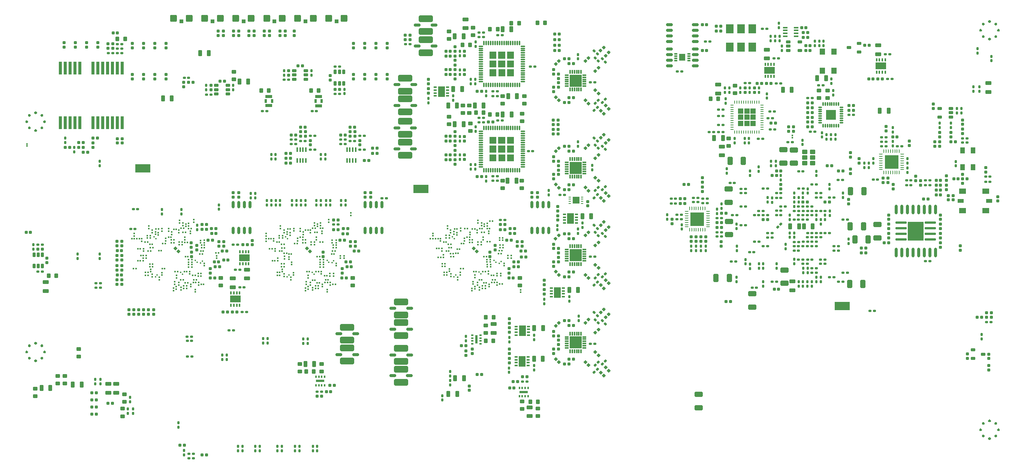
<source format=gbp>
G04*
G04 #@! TF.GenerationSoftware,Altium Limited,Altium Designer,19.1.6 (110)*
G04*
G04 Layer_Color=128*
%FSLAX44Y44*%
%MOMM*%
G71*
G01*
G75*
G04:AMPARAMS|DCode=21|XSize=1mm|YSize=0.9mm|CornerRadius=0.1125mm|HoleSize=0mm|Usage=FLASHONLY|Rotation=90.000|XOffset=0mm|YOffset=0mm|HoleType=Round|Shape=RoundedRectangle|*
%AMROUNDEDRECTD21*
21,1,1.0000,0.6750,0,0,90.0*
21,1,0.7750,0.9000,0,0,90.0*
1,1,0.2250,0.3375,0.3875*
1,1,0.2250,0.3375,-0.3875*
1,1,0.2250,-0.3375,-0.3875*
1,1,0.2250,-0.3375,0.3875*
%
%ADD21ROUNDEDRECTD21*%
G04:AMPARAMS|DCode=22|XSize=0.5mm|YSize=0.6mm|CornerRadius=0.05mm|HoleSize=0mm|Usage=FLASHONLY|Rotation=0.000|XOffset=0mm|YOffset=0mm|HoleType=Round|Shape=RoundedRectangle|*
%AMROUNDEDRECTD22*
21,1,0.5000,0.5000,0,0,0.0*
21,1,0.4000,0.6000,0,0,0.0*
1,1,0.1000,0.2000,-0.2500*
1,1,0.1000,-0.2000,-0.2500*
1,1,0.1000,-0.2000,0.2500*
1,1,0.1000,0.2000,0.2500*
%
%ADD22ROUNDEDRECTD22*%
G04:AMPARAMS|DCode=23|XSize=0.5mm|YSize=0.6mm|CornerRadius=0.05mm|HoleSize=0mm|Usage=FLASHONLY|Rotation=90.000|XOffset=0mm|YOffset=0mm|HoleType=Round|Shape=RoundedRectangle|*
%AMROUNDEDRECTD23*
21,1,0.5000,0.5000,0,0,90.0*
21,1,0.4000,0.6000,0,0,90.0*
1,1,0.1000,0.2500,0.2000*
1,1,0.1000,0.2500,-0.2000*
1,1,0.1000,-0.2500,-0.2000*
1,1,0.1000,-0.2500,0.2000*
%
%ADD23ROUNDEDRECTD23*%
G04:AMPARAMS|DCode=24|XSize=0.6mm|YSize=0.6mm|CornerRadius=0.06mm|HoleSize=0mm|Usage=FLASHONLY|Rotation=270.000|XOffset=0mm|YOffset=0mm|HoleType=Round|Shape=RoundedRectangle|*
%AMROUNDEDRECTD24*
21,1,0.6000,0.4800,0,0,270.0*
21,1,0.4800,0.6000,0,0,270.0*
1,1,0.1200,-0.2400,-0.2400*
1,1,0.1200,-0.2400,0.2400*
1,1,0.1200,0.2400,0.2400*
1,1,0.1200,0.2400,-0.2400*
%
%ADD24ROUNDEDRECTD24*%
G04:AMPARAMS|DCode=25|XSize=0.6mm|YSize=0.6mm|CornerRadius=0.06mm|HoleSize=0mm|Usage=FLASHONLY|Rotation=0.000|XOffset=0mm|YOffset=0mm|HoleType=Round|Shape=RoundedRectangle|*
%AMROUNDEDRECTD25*
21,1,0.6000,0.4800,0,0,0.0*
21,1,0.4800,0.6000,0,0,0.0*
1,1,0.1200,0.2400,-0.2400*
1,1,0.1200,-0.2400,-0.2400*
1,1,0.1200,-0.2400,0.2400*
1,1,0.1200,0.2400,0.2400*
%
%ADD25ROUNDEDRECTD25*%
G04:AMPARAMS|DCode=26|XSize=0.5mm|YSize=0.6mm|CornerRadius=0.05mm|HoleSize=0mm|Usage=FLASHONLY|Rotation=225.000|XOffset=0mm|YOffset=0mm|HoleType=Round|Shape=RoundedRectangle|*
%AMROUNDEDRECTD26*
21,1,0.5000,0.5000,0,0,225.0*
21,1,0.4000,0.6000,0,0,225.0*
1,1,0.1000,-0.3182,0.0354*
1,1,0.1000,-0.0354,0.3182*
1,1,0.1000,0.3182,-0.0354*
1,1,0.1000,0.0354,-0.3182*
%
%ADD26ROUNDEDRECTD26*%
G04:AMPARAMS|DCode=27|XSize=1mm|YSize=0.9mm|CornerRadius=0.1125mm|HoleSize=0mm|Usage=FLASHONLY|Rotation=0.000|XOffset=0mm|YOffset=0mm|HoleType=Round|Shape=RoundedRectangle|*
%AMROUNDEDRECTD27*
21,1,1.0000,0.6750,0,0,0.0*
21,1,0.7750,0.9000,0,0,0.0*
1,1,0.2250,0.3875,-0.3375*
1,1,0.2250,-0.3875,-0.3375*
1,1,0.2250,-0.3875,0.3375*
1,1,0.2250,0.3875,0.3375*
%
%ADD27ROUNDEDRECTD27*%
G04:AMPARAMS|DCode=28|XSize=1.3mm|YSize=0.8mm|CornerRadius=0.1mm|HoleSize=0mm|Usage=FLASHONLY|Rotation=180.000|XOffset=0mm|YOffset=0mm|HoleType=Round|Shape=RoundedRectangle|*
%AMROUNDEDRECTD28*
21,1,1.3000,0.6000,0,0,180.0*
21,1,1.1000,0.8000,0,0,180.0*
1,1,0.2000,-0.5500,0.3000*
1,1,0.2000,0.5500,0.3000*
1,1,0.2000,0.5500,-0.3000*
1,1,0.2000,-0.5500,-0.3000*
%
%ADD28ROUNDEDRECTD28*%
G04:AMPARAMS|DCode=34|XSize=1.3mm|YSize=0.8mm|CornerRadius=0.1mm|HoleSize=0mm|Usage=FLASHONLY|Rotation=270.000|XOffset=0mm|YOffset=0mm|HoleType=Round|Shape=RoundedRectangle|*
%AMROUNDEDRECTD34*
21,1,1.3000,0.6000,0,0,270.0*
21,1,1.1000,0.8000,0,0,270.0*
1,1,0.2000,-0.3000,-0.5500*
1,1,0.2000,-0.3000,0.5500*
1,1,0.2000,0.3000,0.5500*
1,1,0.2000,0.3000,-0.5500*
%
%ADD34ROUNDEDRECTD34*%
%ADD37R,3.5000X1.9000*%
G04:AMPARAMS|DCode=49|XSize=0.5mm|YSize=0.6mm|CornerRadius=0.05mm|HoleSize=0mm|Usage=FLASHONLY|Rotation=135.000|XOffset=0mm|YOffset=0mm|HoleType=Round|Shape=RoundedRectangle|*
%AMROUNDEDRECTD49*
21,1,0.5000,0.5000,0,0,135.0*
21,1,0.4000,0.6000,0,0,135.0*
1,1,0.1000,0.0354,0.3182*
1,1,0.1000,0.3182,0.0354*
1,1,0.1000,-0.0354,-0.3182*
1,1,0.1000,-0.3182,-0.0354*
%
%ADD49ROUNDEDRECTD49*%
G04:AMPARAMS|DCode=52|XSize=0.6mm|YSize=0.6mm|CornerRadius=0.06mm|HoleSize=0mm|Usage=FLASHONLY|Rotation=225.000|XOffset=0mm|YOffset=0mm|HoleType=Round|Shape=RoundedRectangle|*
%AMROUNDEDRECTD52*
21,1,0.6000,0.4800,0,0,225.0*
21,1,0.4800,0.6000,0,0,225.0*
1,1,0.1200,-0.3394,0.0000*
1,1,0.1200,0.0000,0.3394*
1,1,0.1200,0.3394,0.0000*
1,1,0.1200,0.0000,-0.3394*
%
%ADD52ROUNDEDRECTD52*%
G04:AMPARAMS|DCode=56|XSize=0.6mm|YSize=1mm|CornerRadius=0.075mm|HoleSize=0mm|Usage=FLASHONLY|Rotation=0.000|XOffset=0mm|YOffset=0mm|HoleType=Round|Shape=RoundedRectangle|*
%AMROUNDEDRECTD56*
21,1,0.6000,0.8500,0,0,0.0*
21,1,0.4500,1.0000,0,0,0.0*
1,1,0.1500,0.2250,-0.4250*
1,1,0.1500,-0.2250,-0.4250*
1,1,0.1500,-0.2250,0.4250*
1,1,0.1500,0.2250,0.4250*
%
%ADD56ROUNDEDRECTD56*%
%ADD57R,0.4000X1.0000*%
G04:AMPARAMS|DCode=58|XSize=0.6mm|YSize=1mm|CornerRadius=0.075mm|HoleSize=0mm|Usage=FLASHONLY|Rotation=90.000|XOffset=0mm|YOffset=0mm|HoleType=Round|Shape=RoundedRectangle|*
%AMROUNDEDRECTD58*
21,1,0.6000,0.8500,0,0,90.0*
21,1,0.4500,1.0000,0,0,90.0*
1,1,0.1500,0.4250,0.2250*
1,1,0.1500,0.4250,-0.2250*
1,1,0.1500,-0.4250,-0.2250*
1,1,0.1500,-0.4250,0.2250*
%
%ADD58ROUNDEDRECTD58*%
G04:AMPARAMS|DCode=66|XSize=1.5mm|YSize=0.71mm|CornerRadius=0.1775mm|HoleSize=0mm|Usage=FLASHONLY|Rotation=180.000|XOffset=0mm|YOffset=0mm|HoleType=Round|Shape=RoundedRectangle|*
%AMROUNDEDRECTD66*
21,1,1.5000,0.3550,0,0,180.0*
21,1,1.1450,0.7100,0,0,180.0*
1,1,0.3550,-0.5725,0.1775*
1,1,0.3550,0.5725,0.1775*
1,1,0.3550,0.5725,-0.1775*
1,1,0.3550,-0.5725,-0.1775*
%
%ADD66ROUNDEDRECTD66*%
G04:AMPARAMS|DCode=67|XSize=3.25mm|YSize=1.5mm|CornerRadius=0.375mm|HoleSize=0mm|Usage=FLASHONLY|Rotation=180.000|XOffset=0mm|YOffset=0mm|HoleType=Round|Shape=RoundedRectangle|*
%AMROUNDEDRECTD67*
21,1,3.2500,0.7500,0,0,180.0*
21,1,2.5000,1.5000,0,0,180.0*
1,1,0.7500,-1.2500,0.3750*
1,1,0.7500,1.2500,0.3750*
1,1,0.7500,1.2500,-0.3750*
1,1,0.7500,-1.2500,-0.3750*
%
%ADD67ROUNDEDRECTD67*%
%ADD70R,0.3000X0.3100*%
%ADD71R,0.6000X0.9000*%
%ADD72R,1.5000X0.7500*%
G04:AMPARAMS|DCode=82|XSize=1.8mm|YSize=1.15mm|CornerRadius=0.1438mm|HoleSize=0mm|Usage=FLASHONLY|Rotation=90.000|XOffset=0mm|YOffset=0mm|HoleType=Round|Shape=RoundedRectangle|*
%AMROUNDEDRECTD82*
21,1,1.8000,0.8625,0,0,90.0*
21,1,1.5125,1.1500,0,0,90.0*
1,1,0.2875,0.4313,0.7563*
1,1,0.2875,0.4313,-0.7563*
1,1,0.2875,-0.4313,-0.7563*
1,1,0.2875,-0.4313,0.7563*
%
%ADD82ROUNDEDRECTD82*%
G04:AMPARAMS|DCode=83|XSize=1.8mm|YSize=1.15mm|CornerRadius=0.1438mm|HoleSize=0mm|Usage=FLASHONLY|Rotation=180.000|XOffset=0mm|YOffset=0mm|HoleType=Round|Shape=RoundedRectangle|*
%AMROUNDEDRECTD83*
21,1,1.8000,0.8625,0,0,180.0*
21,1,1.5125,1.1500,0,0,180.0*
1,1,0.2875,-0.7563,0.4313*
1,1,0.2875,0.7563,0.4313*
1,1,0.2875,0.7563,-0.4313*
1,1,0.2875,-0.7563,-0.4313*
%
%ADD83ROUNDEDRECTD83*%
%ADD94R,0.3500X0.3000*%
G04:AMPARAMS|DCode=96|XSize=0.6mm|YSize=0.6mm|CornerRadius=0.06mm|HoleSize=0mm|Usage=FLASHONLY|Rotation=315.000|XOffset=0mm|YOffset=0mm|HoleType=Round|Shape=RoundedRectangle|*
%AMROUNDEDRECTD96*
21,1,0.6000,0.4800,0,0,315.0*
21,1,0.4800,0.6000,0,0,315.0*
1,1,0.1200,0.0000,-0.3394*
1,1,0.1200,-0.3394,0.0000*
1,1,0.1200,0.0000,0.3394*
1,1,0.1200,0.3394,0.0000*
%
%ADD96ROUNDEDRECTD96*%
%ADD219R,3.1000X3.1000*%
G04:AMPARAMS|DCode=269|XSize=0.55mm|YSize=2.6mm|CornerRadius=0.1375mm|HoleSize=0mm|Usage=FLASHONLY|Rotation=270.000|XOffset=0mm|YOffset=0mm|HoleType=Round|Shape=RoundedRectangle|*
%AMROUNDEDRECTD269*
21,1,0.5500,2.3250,0,0,270.0*
21,1,0.2750,2.6000,0,0,270.0*
1,1,0.2750,-1.1625,-0.1375*
1,1,0.2750,-1.1625,0.1375*
1,1,0.2750,1.1625,0.1375*
1,1,0.2750,1.1625,-0.1375*
%
%ADD269ROUNDEDRECTD269*%
%ADD270R,3.6000X4.2000*%
G04:AMPARAMS|DCode=271|XSize=1.5mm|YSize=1.5mm|CornerRadius=0.1875mm|HoleSize=0mm|Usage=FLASHONLY|Rotation=0.000|XOffset=0mm|YOffset=0mm|HoleType=Round|Shape=RoundedRectangle|*
%AMROUNDEDRECTD271*
21,1,1.5000,1.1250,0,0,0.0*
21,1,1.1250,1.5000,0,0,0.0*
1,1,0.3750,0.5625,-0.5625*
1,1,0.3750,-0.5625,-0.5625*
1,1,0.3750,-0.5625,0.5625*
1,1,0.3750,0.5625,0.5625*
%
%ADD271ROUNDEDRECTD271*%
G04:AMPARAMS|DCode=272|XSize=0.9mm|YSize=0.9mm|CornerRadius=0.1125mm|HoleSize=0mm|Usage=FLASHONLY|Rotation=0.000|XOffset=0mm|YOffset=0mm|HoleType=Round|Shape=RoundedRectangle|*
%AMROUNDEDRECTD272*
21,1,0.9000,0.6750,0,0,0.0*
21,1,0.6750,0.9000,0,0,0.0*
1,1,0.2250,0.3375,-0.3375*
1,1,0.2250,-0.3375,-0.3375*
1,1,0.2250,-0.3375,0.3375*
1,1,0.2250,0.3375,0.3375*
%
%ADD272ROUNDEDRECTD272*%
%ADD273R,1.8000X2.0000*%
%ADD274R,1.2500X1.3500*%
%ADD275R,1.5000X1.2000*%
%ADD276R,1.4000X0.9000*%
%ADD277R,1.0000X1.3500*%
%ADD280R,1.0000X0.4000*%
%ADD281O,0.3000X0.9000*%
%ADD282O,0.9000X0.3000*%
%ADD284R,0.8000X3.0000*%
%ADD285R,0.8000X0.3000*%
%ADD286R,1.4000X1.6000*%
G04:AMPARAMS|DCode=287|XSize=0.25mm|YSize=0.75mm|CornerRadius=0.0625mm|HoleSize=0mm|Usage=FLASHONLY|Rotation=180.000|XOffset=0mm|YOffset=0mm|HoleType=Round|Shape=RoundedRectangle|*
%AMROUNDEDRECTD287*
21,1,0.2500,0.6250,0,0,180.0*
21,1,0.1250,0.7500,0,0,180.0*
1,1,0.1250,-0.0625,0.3125*
1,1,0.1250,0.0625,0.3125*
1,1,0.1250,0.0625,-0.3125*
1,1,0.1250,-0.0625,-0.3125*
%
%ADD287ROUNDEDRECTD287*%
G04:AMPARAMS|DCode=288|XSize=0.25mm|YSize=0.75mm|CornerRadius=0.0625mm|HoleSize=0mm|Usage=FLASHONLY|Rotation=90.000|XOffset=0mm|YOffset=0mm|HoleType=Round|Shape=RoundedRectangle|*
%AMROUNDEDRECTD288*
21,1,0.2500,0.6250,0,0,90.0*
21,1,0.1250,0.7500,0,0,90.0*
1,1,0.1250,0.3125,0.0625*
1,1,0.1250,0.3125,-0.0625*
1,1,0.1250,-0.3125,-0.0625*
1,1,0.1250,-0.3125,0.0625*
%
%ADD288ROUNDEDRECTD288*%
G04:AMPARAMS|DCode=290|XSize=0.25mm|YSize=0.8mm|CornerRadius=0.0625mm|HoleSize=0mm|Usage=FLASHONLY|Rotation=270.000|XOffset=0mm|YOffset=0mm|HoleType=Round|Shape=RoundedRectangle|*
%AMROUNDEDRECTD290*
21,1,0.2500,0.6750,0,0,270.0*
21,1,0.1250,0.8000,0,0,270.0*
1,1,0.1250,-0.3375,-0.0625*
1,1,0.1250,-0.3375,0.0625*
1,1,0.1250,0.3375,0.0625*
1,1,0.1250,0.3375,-0.0625*
%
%ADD290ROUNDEDRECTD290*%
G04:AMPARAMS|DCode=291|XSize=0.25mm|YSize=0.8mm|CornerRadius=0.0625mm|HoleSize=0mm|Usage=FLASHONLY|Rotation=0.000|XOffset=0mm|YOffset=0mm|HoleType=Round|Shape=RoundedRectangle|*
%AMROUNDEDRECTD291*
21,1,0.2500,0.6750,0,0,0.0*
21,1,0.1250,0.8000,0,0,0.0*
1,1,0.1250,0.0625,-0.3375*
1,1,0.1250,-0.0625,-0.3375*
1,1,0.1250,-0.0625,0.3375*
1,1,0.1250,0.0625,0.3375*
%
%ADD291ROUNDEDRECTD291*%
%ADD292R,3.1000X3.1000*%
%ADD293R,0.3000X0.3500*%
%ADD294R,0.6000X1.9500*%
%ADD295R,0.6000X0.3000*%
%ADD296R,1.9500X0.6000*%
%ADD297R,0.3000X0.6000*%
G04:AMPARAMS|DCode=298|XSize=0.6mm|YSize=1.55mm|CornerRadius=0.15mm|HoleSize=0mm|Usage=FLASHONLY|Rotation=270.000|XOffset=0mm|YOffset=0mm|HoleType=Round|Shape=RoundedRectangle|*
%AMROUNDEDRECTD298*
21,1,0.6000,1.2500,0,0,270.0*
21,1,0.3000,1.5500,0,0,270.0*
1,1,0.3000,-0.6250,-0.1500*
1,1,0.3000,-0.6250,0.1500*
1,1,0.3000,0.6250,0.1500*
1,1,0.3000,0.6250,-0.1500*
%
%ADD298ROUNDEDRECTD298*%
%ADD299R,2.3500X1.6000*%
%ADD300R,0.3000X0.7000*%
%ADD301R,1.6000X2.3500*%
%ADD302R,0.7000X0.3000*%
G04:AMPARAMS|DCode=303|XSize=1mm|YSize=1.2mm|CornerRadius=0.125mm|HoleSize=0mm|Usage=FLASHONLY|Rotation=270.000|XOffset=0mm|YOffset=0mm|HoleType=Round|Shape=RoundedRectangle|*
%AMROUNDEDRECTD303*
21,1,1.0000,0.9500,0,0,270.0*
21,1,0.7500,1.2000,0,0,270.0*
1,1,0.2500,-0.4750,-0.3750*
1,1,0.2500,-0.4750,0.3750*
1,1,0.2500,0.4750,0.3750*
1,1,0.2500,0.4750,-0.3750*
%
%ADD303ROUNDEDRECTD303*%
%ADD304R,1.6000X1.6000*%
%ADD305R,0.6250X0.2500*%
%ADD306O,0.6000X2.2000*%
G04:AMPARAMS|DCode=307|XSize=0.95mm|YSize=0.3mm|CornerRadius=0.075mm|HoleSize=0mm|Usage=FLASHONLY|Rotation=90.000|XOffset=0mm|YOffset=0mm|HoleType=Round|Shape=RoundedRectangle|*
%AMROUNDEDRECTD307*
21,1,0.9500,0.1500,0,0,90.0*
21,1,0.8000,0.3000,0,0,90.0*
1,1,0.1500,0.0750,0.4000*
1,1,0.1500,0.0750,-0.4000*
1,1,0.1500,-0.0750,-0.4000*
1,1,0.1500,-0.0750,0.4000*
%
%ADD307ROUNDEDRECTD307*%
G04:AMPARAMS|DCode=308|XSize=0.95mm|YSize=0.3mm|CornerRadius=0.075mm|HoleSize=0mm|Usage=FLASHONLY|Rotation=0.000|XOffset=0mm|YOffset=0mm|HoleType=Round|Shape=RoundedRectangle|*
%AMROUNDEDRECTD308*
21,1,0.9500,0.1500,0,0,0.0*
21,1,0.8000,0.3000,0,0,0.0*
1,1,0.1500,0.4000,-0.0750*
1,1,0.1500,-0.4000,-0.0750*
1,1,0.1500,-0.4000,0.0750*
1,1,0.1500,0.4000,0.0750*
%
%ADD308ROUNDEDRECTD308*%
G04:AMPARAMS|DCode=310|XSize=0.3mm|YSize=0.35mm|CornerRadius=0mm|HoleSize=0mm|Usage=FLASHONLY|Rotation=315.000|XOffset=0mm|YOffset=0mm|HoleType=Round|Shape=Rectangle|*
%AMROTATEDRECTD310*
4,1,4,-0.2298,-0.0177,0.0177,0.2298,0.2298,0.0177,-0.0177,-0.2298,-0.2298,-0.0177,0.0*
%
%ADD310ROTATEDRECTD310*%

%ADD311O,0.6000X1.7000*%
G04:AMPARAMS|DCode=312|XSize=0.3mm|YSize=0.35mm|CornerRadius=0mm|HoleSize=0mm|Usage=FLASHONLY|Rotation=225.000|XOffset=0mm|YOffset=0mm|HoleType=Round|Shape=Rectangle|*
%AMROTATEDRECTD312*
4,1,4,-0.0177,0.2298,0.2298,-0.0177,0.0177,-0.2298,-0.2298,0.0177,-0.0177,0.2298,0.0*
%
%ADD312ROTATEDRECTD312*%

G04:AMPARAMS|DCode=313|XSize=0.3mm|YSize=0.9mm|CornerRadius=0.075mm|HoleSize=0mm|Usage=FLASHONLY|Rotation=270.000|XOffset=0mm|YOffset=0mm|HoleType=Round|Shape=RoundedRectangle|*
%AMROUNDEDRECTD313*
21,1,0.3000,0.7500,0,0,270.0*
21,1,0.1500,0.9000,0,0,270.0*
1,1,0.1500,-0.3750,-0.0750*
1,1,0.1500,-0.3750,0.0750*
1,1,0.1500,0.3750,0.0750*
1,1,0.1500,0.3750,-0.0750*
%
%ADD313ROUNDEDRECTD313*%
G04:AMPARAMS|DCode=314|XSize=0.3mm|YSize=0.9mm|CornerRadius=0.075mm|HoleSize=0mm|Usage=FLASHONLY|Rotation=0.000|XOffset=0mm|YOffset=0mm|HoleType=Round|Shape=RoundedRectangle|*
%AMROUNDEDRECTD314*
21,1,0.3000,0.7500,0,0,0.0*
21,1,0.1500,0.9000,0,0,0.0*
1,1,0.1500,0.0750,-0.3750*
1,1,0.1500,-0.0750,-0.3750*
1,1,0.1500,-0.0750,0.3750*
1,1,0.1500,0.0750,0.3750*
%
%ADD314ROUNDEDRECTD314*%
%ADD315R,2.7000X2.7000*%
%ADD370R,2.2500X2.2500*%
G36*
X2286699Y1094043D02*
X2287543Y1093199D01*
X2288000Y1092097D01*
Y1091500D01*
Y1090903D01*
X2287543Y1089801D01*
X2286699Y1088957D01*
X2285597Y1088500D01*
X2284403D01*
X2283300Y1088957D01*
X2282457Y1089801D01*
X2282000Y1090903D01*
Y1091500D01*
Y1092097D01*
X2282457Y1093199D01*
X2283300Y1094043D01*
X2284403Y1094500D01*
X2285597D01*
X2286699Y1094043D01*
D02*
G37*
G36*
X2300841Y1088185D02*
X2301263Y1087763D01*
X2301685Y1087342D01*
X2302142Y1086239D01*
Y1085045D01*
X2301685Y1083943D01*
X2301263Y1083521D01*
X2300841Y1083099D01*
X2299739Y1082642D01*
X2298545D01*
X2297443Y1083099D01*
X2297021Y1083521D01*
X2296599Y1083943D01*
X2296142Y1085045D01*
Y1086239D01*
X2296599Y1087342D01*
X2297021Y1087763D01*
X2297443Y1088185D01*
X2298545Y1088642D01*
X2299739D01*
X2300841Y1088185D01*
D02*
G37*
G36*
X2272557D02*
X2272979Y1087763D01*
X2273401Y1087342D01*
X2273858Y1086239D01*
Y1085045D01*
X2273401Y1083943D01*
X2272979Y1083521D01*
X2272557Y1083099D01*
X2271454Y1082642D01*
X2270261D01*
X2269158Y1083099D01*
X2268736Y1083521D01*
X2268315Y1083943D01*
X2267858Y1085045D01*
Y1086239D01*
X2268315Y1087342D01*
X2268736Y1087763D01*
X2269158Y1088185D01*
X2270261Y1088642D01*
X2271454D01*
X2272557Y1088185D01*
D02*
G37*
G36*
X2306699Y1074043D02*
X2307543Y1073199D01*
X2308000Y1072097D01*
Y1071500D01*
Y1070903D01*
X2307543Y1069801D01*
X2306699Y1068957D01*
X2305597Y1068500D01*
X2304403D01*
X2303300Y1068957D01*
X2302457Y1069801D01*
X2302000Y1070903D01*
Y1071500D01*
Y1072097D01*
X2302457Y1073199D01*
X2303300Y1074043D01*
X2304403Y1074500D01*
X2305597D01*
X2306699Y1074043D01*
D02*
G37*
G36*
X2266699D02*
X2267543Y1073199D01*
X2268000Y1072097D01*
Y1071500D01*
Y1070903D01*
X2267543Y1069801D01*
X2266699Y1068957D01*
X2265597Y1068500D01*
X2264403D01*
X2263300Y1068957D01*
X2262457Y1069801D01*
X2262000Y1070903D01*
Y1071500D01*
Y1072097D01*
X2262457Y1073199D01*
X2263300Y1074043D01*
X2264403Y1074500D01*
X2265597D01*
X2266699Y1074043D01*
D02*
G37*
G36*
X2300841Y1059901D02*
X2301263Y1059479D01*
X2301685Y1059057D01*
X2302142Y1057955D01*
Y1056761D01*
X2301685Y1055658D01*
X2301263Y1055237D01*
X2300841Y1054815D01*
X2299739Y1054358D01*
X2298545D01*
X2297443Y1054815D01*
X2297021Y1055237D01*
X2296599Y1055658D01*
X2296142Y1056761D01*
Y1057955D01*
X2296599Y1059057D01*
X2297021Y1059479D01*
X2297443Y1059901D01*
X2298545Y1060358D01*
X2299739D01*
X2300841Y1059901D01*
D02*
G37*
G36*
X2272557D02*
X2272979Y1059479D01*
X2273401Y1059057D01*
X2273858Y1057955D01*
Y1056761D01*
X2273401Y1055658D01*
X2272979Y1055237D01*
X2272557Y1054815D01*
X2271454Y1054358D01*
X2270261D01*
X2269158Y1054815D01*
X2268736Y1055237D01*
X2268315Y1055658D01*
X2267858Y1056761D01*
Y1057955D01*
X2268315Y1059057D01*
X2268736Y1059479D01*
X2269158Y1059901D01*
X2270261Y1060358D01*
X2271454D01*
X2272557Y1059901D01*
D02*
G37*
G36*
X2286699Y1054043D02*
X2287543Y1053199D01*
X2288000Y1052097D01*
Y1051500D01*
Y1050903D01*
X2287543Y1049801D01*
X2286699Y1048957D01*
X2285597Y1048500D01*
X2284403D01*
X2283300Y1048957D01*
X2282457Y1049801D01*
X2282000Y1050903D01*
Y1051500D01*
Y1052097D01*
X2282457Y1053199D01*
X2283300Y1054043D01*
X2284403Y1054500D01*
X2285597D01*
X2286699Y1054043D01*
D02*
G37*
G36*
X1171180Y1007415D02*
X1155509D01*
Y1022979D01*
X1171180D01*
Y1007415D01*
D02*
G37*
G36*
X1191080Y1007408D02*
X1175466D01*
Y1022979D01*
X1191080D01*
Y1007408D01*
D02*
G37*
G36*
X1210980Y1007394D02*
X1195395D01*
Y1022979D01*
X1210980D01*
Y1007394D01*
D02*
G37*
G36*
X1191080Y987464D02*
X1175465D01*
Y1003079D01*
X1191080D01*
Y987464D01*
D02*
G37*
G36*
X1210980Y987464D02*
X1195412D01*
Y1003079D01*
X1210980D01*
Y987464D01*
D02*
G37*
G36*
X1171180Y987463D02*
X1155514D01*
Y1003079D01*
X1171180D01*
Y987463D01*
D02*
G37*
G36*
Y967547D02*
X1155548D01*
Y983179D01*
X1171180D01*
Y967547D01*
D02*
G37*
G36*
X1191080Y967545D02*
X1175472D01*
Y983179D01*
X1191080D01*
Y967545D01*
D02*
G37*
G36*
X1210980Y967538D02*
X1195401D01*
Y983179D01*
X1210980Y983179D01*
Y967538D01*
D02*
G37*
G36*
X1756200Y894751D02*
X1756567Y894598D01*
X1756848Y894317D01*
X1757000Y893949D01*
X1757000Y893750D01*
X1757000D01*
X1757001Y883751D01*
X1757001Y883552D01*
X1756849Y883185D01*
X1756568Y882903D01*
X1756200Y882751D01*
X1756001Y882751D01*
X1756001Y882751D01*
X1746001Y882751D01*
X1745802Y882751D01*
X1745434Y882903D01*
X1745153Y883184D01*
X1745000Y883551D01*
X1745000Y883750D01*
X1745000Y883750D01*
X1745000Y893750D01*
X1745000Y893949D01*
X1745152Y894317D01*
X1745434Y894599D01*
X1745802Y894751D01*
X1746001Y894751D01*
X1746001Y894751D01*
X1756001Y894751D01*
X1756200Y894751D01*
D02*
G37*
G36*
X1742199Y894750D02*
X1742566Y894597D01*
X1742847Y894316D01*
X1743000Y893948D01*
X1742999Y893749D01*
X1743000D01*
X1743000Y883750D01*
X1743000Y883551D01*
X1742848Y883184D01*
X1742567Y882902D01*
X1742199Y882750D01*
X1742000Y882750D01*
X1742000Y882750D01*
X1732000Y882750D01*
X1731801Y882750D01*
X1731433Y882902D01*
X1731152Y883183D01*
X1730999Y883550D01*
X1730999Y883749D01*
X1730999Y883749D01*
X1730999Y893749D01*
X1730999Y893948D01*
X1731151Y894316D01*
X1731433Y894598D01*
X1731801Y894750D01*
X1732000Y894750D01*
X1732000Y894750D01*
X1742000Y894750D01*
X1742199Y894750D01*
D02*
G37*
G36*
X1728199D02*
X1728566Y894597D01*
X1728848Y894316D01*
X1729000Y893948D01*
X1728999Y893749D01*
X1728999D01*
X1729000Y883750D01*
X1729000Y883551D01*
X1728848Y883184D01*
X1728567Y882902D01*
X1728199Y882750D01*
X1728000Y882750D01*
X1728000Y882750D01*
X1718000Y882750D01*
X1717801Y882750D01*
X1717433Y882902D01*
X1717152Y883183D01*
X1716999Y883550D01*
X1716999Y883749D01*
X1716999Y883749D01*
X1716999Y893749D01*
X1716999Y893948D01*
X1717151Y894316D01*
X1717433Y894598D01*
X1717801Y894750D01*
X1718000Y894750D01*
X1718000Y894750D01*
X1728000Y894750D01*
X1728199Y894750D01*
D02*
G37*
G36*
X131949Y887293D02*
X132793Y886449D01*
X133250Y885347D01*
Y884750D01*
Y884153D01*
X132793Y883051D01*
X131949Y882207D01*
X130847Y881750D01*
X129653D01*
X128551Y882207D01*
X127707Y883051D01*
X127250Y884153D01*
Y884750D01*
Y885347D01*
X127707Y886449D01*
X128551Y887293D01*
X129653Y887750D01*
X130847D01*
X131949Y887293D01*
D02*
G37*
G36*
X1756200Y880750D02*
X1756567Y880598D01*
X1756848Y880316D01*
X1757000Y879949D01*
X1757000Y879750D01*
X1757000D01*
X1757001Y869750D01*
X1757001Y869551D01*
X1756849Y869184D01*
X1756568Y868903D01*
X1756200Y868750D01*
X1756001Y868751D01*
X1756001Y868750D01*
X1746001Y868750D01*
X1745802Y868750D01*
X1745434Y868902D01*
X1745153Y869183D01*
X1745000Y869550D01*
X1745000Y869749D01*
X1745000Y869749D01*
X1745000Y879749D01*
X1745000Y879948D01*
X1745152Y880316D01*
X1745434Y880598D01*
X1745802Y880750D01*
X1746001Y880750D01*
X1746001Y880750D01*
X1756001Y880750D01*
X1756200Y880750D01*
D02*
G37*
G36*
X1742199Y880749D02*
X1742566Y880597D01*
X1742847Y880315D01*
X1743000Y879948D01*
X1742999Y879749D01*
X1742999D01*
X1743000Y869749D01*
X1743000Y869550D01*
X1742848Y869183D01*
X1742567Y868902D01*
X1742199Y868749D01*
X1742000Y868749D01*
X1742000Y868749D01*
X1732000Y868749D01*
X1731801Y868749D01*
X1731433Y868901D01*
X1731152Y869182D01*
X1730999Y869549D01*
X1730999Y869748D01*
X1730999Y869748D01*
X1730999Y879748D01*
X1730999Y879947D01*
X1731151Y880315D01*
X1731433Y880597D01*
X1731801Y880749D01*
X1732000Y880749D01*
X1732000Y880749D01*
X1742000Y880749D01*
X1742199Y880749D01*
D02*
G37*
G36*
X1728199D02*
X1728566Y880597D01*
X1728847Y880315D01*
X1728999Y879948D01*
X1728999Y879749D01*
X1728999D01*
X1729000Y869749D01*
X1729000Y869550D01*
X1728848Y869183D01*
X1728567Y868902D01*
X1728199Y868749D01*
X1728000Y868749D01*
X1728000Y868749D01*
X1718000Y868749D01*
X1717801Y868749D01*
X1717433Y868901D01*
X1717152Y869182D01*
X1716999Y869549D01*
X1716999Y869748D01*
X1716999Y869748D01*
X1716999Y879748D01*
X1716999Y879947D01*
X1717151Y880315D01*
X1717433Y880597D01*
X1717801Y880749D01*
X1718000Y880749D01*
X1718000Y880749D01*
X1728000Y880749D01*
X1728199Y880749D01*
D02*
G37*
G36*
X146091Y881435D02*
X146513Y881013D01*
X146935Y880591D01*
X147392Y879489D01*
Y878295D01*
X146935Y877193D01*
X146513Y876771D01*
X146091Y876349D01*
X144989Y875892D01*
X143795D01*
X142693Y876349D01*
X142271Y876771D01*
X141849Y877193D01*
X141392Y878295D01*
Y879489D01*
X141849Y880591D01*
X142271Y881013D01*
X142693Y881435D01*
X143795Y881892D01*
X144989D01*
X146091Y881435D01*
D02*
G37*
G36*
X117807D02*
X118229Y881013D01*
X118651Y880591D01*
X119108Y879489D01*
Y878295D01*
X118651Y877193D01*
X118229Y876771D01*
X117807Y876349D01*
X116705Y875892D01*
X115511D01*
X114408Y876349D01*
X113987Y876771D01*
X113565Y877193D01*
X113108Y878295D01*
Y879489D01*
X113565Y880591D01*
X113987Y881013D01*
X114408Y881435D01*
X115511Y881892D01*
X116705D01*
X117807Y881435D01*
D02*
G37*
G36*
X1732000Y866750D02*
X1742000Y866750D01*
X1742000Y866750D01*
X1742199Y866750D01*
X1742567Y866598D01*
X1742848Y866316D01*
X1743000Y865949D01*
X1743000Y865750D01*
X1743000Y855751D01*
X1742999Y855751D01*
X1743000Y855552D01*
X1742847Y855184D01*
X1742566Y854902D01*
X1742199Y854750D01*
X1742000Y854750D01*
X1732000Y854750D01*
X1731801Y854750D01*
X1731433Y854902D01*
X1731151Y855184D01*
X1730999Y855552D01*
X1730999Y855751D01*
X1730999Y865751D01*
X1730999Y865751D01*
X1730999Y865950D01*
X1731152Y866317D01*
X1731433Y866598D01*
X1731801Y866750D01*
X1732000Y866750D01*
D02*
G37*
G36*
X1718000D02*
X1728000Y866750D01*
X1728000Y866750D01*
X1728199Y866750D01*
X1728567Y866598D01*
X1728848Y866316D01*
X1729000Y865949D01*
X1729000Y865750D01*
X1728999Y855751D01*
X1728999Y855751D01*
X1729000Y855552D01*
X1728848Y855184D01*
X1728566Y854902D01*
X1728199Y854750D01*
X1728000Y854750D01*
X1718000Y854750D01*
X1717801Y854750D01*
X1717433Y854902D01*
X1717151Y855184D01*
X1716999Y855552D01*
X1716999Y855751D01*
X1716999Y865751D01*
X1716999Y865751D01*
X1716999Y865950D01*
X1717152Y866317D01*
X1717433Y866598D01*
X1717801Y866750D01*
X1718000Y866750D01*
D02*
G37*
G36*
X1746001Y866749D02*
X1756001Y866749D01*
X1756001Y866749D01*
X1756200Y866749D01*
X1756568Y866597D01*
X1756849Y866315D01*
X1757001Y865948D01*
X1757001Y865749D01*
X1757000Y855750D01*
X1757000Y855750D01*
X1757000Y855551D01*
X1756848Y855183D01*
X1756567Y854902D01*
X1756200Y854749D01*
X1756001Y854749D01*
X1746001Y854749D01*
X1745802Y854749D01*
X1745434Y854901D01*
X1745152Y855183D01*
X1745000Y855551D01*
X1745000Y855750D01*
X1745000Y865750D01*
X1745000Y865750D01*
X1745000Y865949D01*
X1745153Y866316D01*
X1745434Y866597D01*
X1745802Y866749D01*
X1746001Y866749D01*
D02*
G37*
G36*
X151949Y867293D02*
X152793Y866449D01*
X153250Y865347D01*
Y864750D01*
Y864153D01*
X152793Y863051D01*
X151949Y862207D01*
X150847Y861750D01*
X149653D01*
X148551Y862207D01*
X147707Y863051D01*
X147250Y864153D01*
Y864750D01*
Y865347D01*
X147707Y866449D01*
X148551Y867293D01*
X149653Y867750D01*
X150847D01*
X151949Y867293D01*
D02*
G37*
G36*
X111949D02*
X112793Y866449D01*
X113250Y865347D01*
Y864750D01*
Y864153D01*
X112793Y863051D01*
X111949Y862207D01*
X110847Y861750D01*
X109653D01*
X108551Y862207D01*
X107707Y863051D01*
X107250Y864153D01*
Y864750D01*
Y865347D01*
X107707Y866449D01*
X108551Y867293D01*
X109653Y867750D01*
X110847D01*
X111949Y867293D01*
D02*
G37*
G36*
X146091Y853151D02*
X146513Y852729D01*
X146935Y852307D01*
X147392Y851205D01*
Y850011D01*
X146935Y848908D01*
X146513Y848486D01*
X146091Y848064D01*
X144989Y847608D01*
X143795D01*
X142693Y848064D01*
X142271Y848486D01*
X141849Y848908D01*
X141392Y850011D01*
Y851205D01*
X141849Y852307D01*
X142271Y852729D01*
X142693Y853151D01*
X143795Y853608D01*
X144989D01*
X146091Y853151D01*
D02*
G37*
G36*
X117807D02*
X118229Y852729D01*
X118651Y852307D01*
X119108Y851205D01*
Y850011D01*
X118651Y848908D01*
X118229Y848486D01*
X117807Y848064D01*
X116705Y847608D01*
X115511D01*
X114408Y848064D01*
X113987Y848486D01*
X113565Y848908D01*
X113108Y850011D01*
Y851205D01*
X113565Y852307D01*
X113987Y852729D01*
X114408Y853151D01*
X115511Y853608D01*
X116705D01*
X117807Y853151D01*
D02*
G37*
G36*
X131949Y847293D02*
X132793Y846449D01*
X133250Y845347D01*
Y844750D01*
Y844153D01*
X132793Y843051D01*
X131949Y842207D01*
X130847Y841750D01*
X129653D01*
X128551Y842207D01*
X127707Y843051D01*
X127250Y844153D01*
Y844750D01*
Y845347D01*
X127707Y846449D01*
X128551Y847293D01*
X129653Y847750D01*
X130847D01*
X131949Y847293D01*
D02*
G37*
G36*
X1171180Y814666D02*
X1155509D01*
Y830230D01*
X1171180D01*
Y814666D01*
D02*
G37*
G36*
X1191080Y814659D02*
X1175466D01*
Y830230D01*
X1191080D01*
Y814659D01*
D02*
G37*
G36*
X1210980Y814645D02*
X1195395D01*
Y830230D01*
X1210980D01*
Y814645D01*
D02*
G37*
G36*
X1191080Y794715D02*
X1175465D01*
Y810330D01*
X1191080D01*
Y794715D01*
D02*
G37*
G36*
X1210980Y794715D02*
X1195412D01*
X1195412Y810330D01*
X1210980D01*
Y794715D01*
D02*
G37*
G36*
X1171180Y794714D02*
X1155514D01*
Y810330D01*
X1171180D01*
Y794714D01*
D02*
G37*
G36*
Y774798D02*
X1155548D01*
Y790430D01*
X1171180D01*
Y774798D01*
D02*
G37*
G36*
X1191080Y774796D02*
X1175472D01*
Y790430D01*
X1191080D01*
Y774796D01*
D02*
G37*
G36*
X1210980Y774789D02*
X1195401D01*
Y790430D01*
X1210980Y790430D01*
Y774789D01*
D02*
G37*
G36*
X131949Y366043D02*
X132793Y365199D01*
X133250Y364097D01*
Y363500D01*
Y362903D01*
X132793Y361801D01*
X131949Y360957D01*
X130847Y360500D01*
X129653D01*
X128551Y360957D01*
X127707Y361801D01*
X127250Y362903D01*
Y363500D01*
Y364097D01*
X127707Y365199D01*
X128551Y366043D01*
X129653Y366500D01*
X130847D01*
X131949Y366043D01*
D02*
G37*
G36*
X146091Y360185D02*
X146513Y359763D01*
X146935Y359342D01*
X147392Y358239D01*
Y357045D01*
X146935Y355943D01*
X146513Y355521D01*
X146091Y355099D01*
X144989Y354642D01*
X143795D01*
X142693Y355099D01*
X142271Y355521D01*
X141849Y355943D01*
X141392Y357045D01*
Y358239D01*
X141849Y359342D01*
X142271Y359763D01*
X142693Y360185D01*
X143795Y360642D01*
X144989D01*
X146091Y360185D01*
D02*
G37*
G36*
X117807D02*
X118229Y359763D01*
X118651Y359342D01*
X119108Y358239D01*
Y357045D01*
X118651Y355943D01*
X118229Y355521D01*
X117807Y355099D01*
X116705Y354642D01*
X115511D01*
X114408Y355099D01*
X113987Y355521D01*
X113565Y355943D01*
X113108Y357045D01*
Y358239D01*
X113565Y359342D01*
X113987Y359763D01*
X114408Y360185D01*
X115511Y360642D01*
X116705D01*
X117807Y360185D01*
D02*
G37*
G36*
X151949Y346043D02*
X152793Y345199D01*
X153250Y344097D01*
Y343500D01*
Y342903D01*
X152793Y341801D01*
X151949Y340957D01*
X150847Y340500D01*
X149653D01*
X148551Y340957D01*
X147707Y341801D01*
X147250Y342903D01*
Y343500D01*
Y344097D01*
X147707Y345199D01*
X148551Y346043D01*
X149653Y346500D01*
X150847D01*
X151949Y346043D01*
D02*
G37*
G36*
X111949D02*
X112793Y345199D01*
X113250Y344097D01*
Y343500D01*
Y342903D01*
X112793Y341801D01*
X111949Y340957D01*
X110847Y340500D01*
X109653D01*
X108551Y340957D01*
X107707Y341801D01*
X107250Y342903D01*
Y343500D01*
Y344097D01*
X107707Y345199D01*
X108551Y346043D01*
X109653Y346500D01*
X110847D01*
X111949Y346043D01*
D02*
G37*
G36*
X146091Y331901D02*
X146513Y331479D01*
X146935Y331057D01*
X147392Y329955D01*
Y328761D01*
X146935Y327659D01*
X146513Y327237D01*
X146091Y326815D01*
X144989Y326358D01*
X143795D01*
X142693Y326815D01*
X142271Y327237D01*
X141849Y327659D01*
X141392Y328761D01*
Y329955D01*
X141849Y331057D01*
X142271Y331479D01*
X142693Y331901D01*
X143795Y332358D01*
X144989D01*
X146091Y331901D01*
D02*
G37*
G36*
X117807D02*
X118229Y331479D01*
X118651Y331057D01*
X119108Y329955D01*
Y328761D01*
X118651Y327659D01*
X118229Y327237D01*
X117807Y326815D01*
X116705Y326358D01*
X115511D01*
X114408Y326815D01*
X113987Y327237D01*
X113565Y327659D01*
X113108Y328761D01*
Y329955D01*
X113565Y331057D01*
X113987Y331479D01*
X114408Y331901D01*
X115511Y332358D01*
X116705D01*
X117807Y331901D01*
D02*
G37*
G36*
X131949Y326043D02*
X132793Y325199D01*
X133250Y324097D01*
Y323500D01*
Y322903D01*
X132793Y321801D01*
X131949Y320957D01*
X130847Y320500D01*
X129653D01*
X128551Y320957D01*
X127707Y321801D01*
X127250Y322903D01*
Y323500D01*
Y324097D01*
X127707Y325199D01*
X128551Y326043D01*
X129653Y326500D01*
X130847D01*
X131949Y326043D01*
D02*
G37*
G36*
X2286699Y190043D02*
X2287543Y189199D01*
X2288000Y188097D01*
Y187500D01*
Y186903D01*
X2287543Y185801D01*
X2286699Y184957D01*
X2285597Y184500D01*
X2284403D01*
X2283300Y184957D01*
X2282457Y185801D01*
X2282000Y186903D01*
Y187500D01*
Y188097D01*
X2282457Y189199D01*
X2283300Y190043D01*
X2284403Y190500D01*
X2285597D01*
X2286699Y190043D01*
D02*
G37*
G36*
X2300841Y184185D02*
X2301263Y183764D01*
X2301685Y183342D01*
X2302142Y182239D01*
Y181045D01*
X2301685Y179943D01*
X2301263Y179521D01*
X2300841Y179099D01*
X2299739Y178642D01*
X2298545D01*
X2297443Y179099D01*
X2297021Y179521D01*
X2296599Y179943D01*
X2296142Y181045D01*
Y182239D01*
X2296599Y183342D01*
X2297021Y183764D01*
X2297443Y184185D01*
X2298545Y184642D01*
X2299739D01*
X2300841Y184185D01*
D02*
G37*
G36*
X2272557D02*
X2272979Y183764D01*
X2273401Y183342D01*
X2273858Y182239D01*
Y181045D01*
X2273401Y179943D01*
X2272979Y179521D01*
X2272557Y179099D01*
X2271454Y178642D01*
X2270261D01*
X2269158Y179099D01*
X2268736Y179521D01*
X2268314Y179943D01*
X2267858Y181045D01*
Y182239D01*
X2268314Y183342D01*
X2268736Y183764D01*
X2269158Y184185D01*
X2270261Y184642D01*
X2271454D01*
X2272557Y184185D01*
D02*
G37*
G36*
X2306699Y170043D02*
X2307543Y169199D01*
X2308000Y168097D01*
Y167500D01*
Y166903D01*
X2307543Y165801D01*
X2306699Y164957D01*
X2305597Y164500D01*
X2304403D01*
X2303300Y164957D01*
X2302457Y165801D01*
X2302000Y166903D01*
Y167500D01*
Y168097D01*
X2302457Y169199D01*
X2303300Y170043D01*
X2304403Y170500D01*
X2305597D01*
X2306699Y170043D01*
D02*
G37*
G36*
X2266699D02*
X2267543Y169199D01*
X2268000Y168097D01*
Y167500D01*
Y166903D01*
X2267543Y165801D01*
X2266699Y164957D01*
X2265597Y164500D01*
X2264403D01*
X2263300Y164957D01*
X2262457Y165801D01*
X2262000Y166903D01*
Y167500D01*
Y168097D01*
X2262457Y169199D01*
X2263300Y170043D01*
X2264403Y170500D01*
X2265597D01*
X2266699Y170043D01*
D02*
G37*
G36*
X2300841Y155901D02*
X2301263Y155479D01*
X2301685Y155057D01*
X2302142Y153955D01*
Y152761D01*
X2301685Y151658D01*
X2301263Y151236D01*
X2300841Y150815D01*
X2299739Y150358D01*
X2298545D01*
X2297443Y150815D01*
X2297021Y151236D01*
X2296599Y151658D01*
X2296142Y152761D01*
Y153955D01*
X2296599Y155057D01*
X2297021Y155479D01*
X2297443Y155901D01*
X2298545Y156358D01*
X2299739D01*
X2300841Y155901D01*
D02*
G37*
G36*
X2272557D02*
X2272979Y155479D01*
X2273401Y155057D01*
X2273858Y153955D01*
Y152761D01*
X2273401Y151658D01*
X2272979Y151236D01*
X2272557Y150815D01*
X2271454Y150358D01*
X2270261D01*
X2269158Y150815D01*
X2268736Y151236D01*
X2268314Y151658D01*
X2267858Y152761D01*
Y153955D01*
X2268314Y155057D01*
X2268736Y155479D01*
X2269158Y155901D01*
X2270261Y156358D01*
X2271454D01*
X2272557Y155901D01*
D02*
G37*
G36*
X2286699Y150043D02*
X2287543Y149199D01*
X2288000Y148097D01*
Y147500D01*
Y146903D01*
X2287543Y145801D01*
X2286699Y144957D01*
X2285597Y144500D01*
X2284403D01*
X2283300Y144957D01*
X2282457Y145801D01*
X2282000Y146903D01*
Y147500D01*
Y148097D01*
X2282457Y149199D01*
X2283300Y150043D01*
X2284403Y150500D01*
X2285597D01*
X2286699Y150043D01*
D02*
G37*
%LPC*%
G36*
X1732000Y854750D02*
X1732000D01*
X1732000D01*
D01*
D02*
G37*
G36*
X1718000D02*
X1718000D01*
X1718000D01*
D01*
D02*
G37*
G36*
X1746001Y854749D02*
X1746001D01*
X1746001D01*
D01*
D02*
G37*
%LPD*%
D21*
X176500Y515750D02*
D03*
X159500D02*
D03*
X332250Y1052250D02*
D03*
X315250D02*
D03*
X640225Y934845D02*
D03*
X657225D02*
D03*
X769515Y934801D02*
D03*
X752515D02*
D03*
X1164250Y368370D02*
D03*
X1147250D02*
D03*
X1147500Y421566D02*
D03*
X1164500D02*
D03*
X1264750Y231000D02*
D03*
X1247750D02*
D03*
X741250Y299250D02*
D03*
X758250D02*
D03*
X1125273Y885522D02*
D03*
X1142273D02*
D03*
X1156466Y880586D02*
D03*
X1173466Y880586D02*
D03*
X1156837Y1073707D02*
D03*
X1173837D02*
D03*
X1222038Y1087250D02*
D03*
X1205038D02*
D03*
X1094523Y1038271D02*
D03*
X1111523D02*
D03*
X1280750Y1088500D02*
D03*
X1263750D02*
D03*
X1671850Y916140D02*
D03*
X1654850D02*
D03*
D22*
X2289114Y1012480D02*
D03*
Y1002480D02*
D03*
X1556967Y644000D02*
D03*
Y654000D02*
D03*
X830420Y676106D02*
D03*
Y686106D02*
D03*
X786101Y676106D02*
D03*
Y686106D02*
D03*
X774160Y676106D02*
D03*
Y686106D02*
D03*
X729840Y676106D02*
D03*
Y686106D02*
D03*
X1810960Y1058000D02*
D03*
Y1048000D02*
D03*
X1800960Y1058000D02*
D03*
Y1048000D02*
D03*
X1790960D02*
D03*
Y1058000D02*
D03*
X1815750Y1036025D02*
D03*
Y1026025D02*
D03*
X1890250Y1047000D02*
D03*
Y1037000D02*
D03*
X1900250Y1047000D02*
D03*
Y1037000D02*
D03*
X1910250D02*
D03*
Y1047000D02*
D03*
X1927750Y951000D02*
D03*
Y961000D02*
D03*
X2066250Y841500D02*
D03*
Y851500D02*
D03*
Y809500D02*
D03*
Y819500D02*
D03*
X274660Y555250D02*
D03*
Y565250D02*
D03*
X225410Y565250D02*
D03*
Y555250D02*
D03*
X1791275Y765075D02*
D03*
Y775075D02*
D03*
X1802250Y775250D02*
D03*
Y765250D02*
D03*
X2208750Y764500D02*
D03*
Y774500D02*
D03*
X1809250Y1077500D02*
D03*
Y1087500D02*
D03*
X1916500Y824750D02*
D03*
Y834750D02*
D03*
X1926500D02*
D03*
Y824750D02*
D03*
X1906500Y829750D02*
D03*
Y839750D02*
D03*
X1932000Y935250D02*
D03*
Y925250D02*
D03*
X1937000Y824750D02*
D03*
Y834750D02*
D03*
X2172000Y861250D02*
D03*
Y851250D02*
D03*
X2198000Y861250D02*
D03*
Y851250D02*
D03*
X2221500Y894250D02*
D03*
Y884250D02*
D03*
X2211500D02*
D03*
Y894250D02*
D03*
X217250Y796250D02*
D03*
Y806250D02*
D03*
X197000Y817250D02*
D03*
Y827250D02*
D03*
X587500Y119500D02*
D03*
Y129500D02*
D03*
X597500D02*
D03*
Y119500D02*
D03*
X277000Y271250D02*
D03*
Y281250D02*
D03*
X275042Y764894D02*
D03*
Y774894D02*
D03*
X1722350Y930890D02*
D03*
Y940890D02*
D03*
X1862250Y822750D02*
D03*
Y812750D02*
D03*
X1843750Y682750D02*
D03*
Y672750D02*
D03*
X1853750Y692750D02*
D03*
Y682750D02*
D03*
X1843750Y702883D02*
D03*
Y692883D02*
D03*
X1833500Y652750D02*
D03*
Y642750D02*
D03*
X1783750Y682500D02*
D03*
Y692500D02*
D03*
X1773750Y492500D02*
D03*
Y502500D02*
D03*
X1774000Y532750D02*
D03*
Y542750D02*
D03*
X1803750Y533000D02*
D03*
Y543000D02*
D03*
X1713500Y502750D02*
D03*
Y512750D02*
D03*
X1924000Y652500D02*
D03*
Y662500D02*
D03*
X1954000Y692750D02*
D03*
Y702750D02*
D03*
X1714000Y573000D02*
D03*
Y583000D02*
D03*
X1733750Y542750D02*
D03*
Y552750D02*
D03*
X1853750Y492500D02*
D03*
Y502500D02*
D03*
X1873500Y492500D02*
D03*
Y502500D02*
D03*
X1893750Y502250D02*
D03*
Y512250D02*
D03*
X1833750Y602750D02*
D03*
Y612750D02*
D03*
X1864000Y522500D02*
D03*
Y532500D02*
D03*
X1279296Y452860D02*
D03*
Y462860D02*
D03*
X1200296Y375860D02*
D03*
Y365860D02*
D03*
X1199955Y307110D02*
D03*
Y297110D02*
D03*
X1048750Y234500D02*
D03*
Y244500D02*
D03*
X576580Y936520D02*
D03*
Y946520D02*
D03*
X515600Y936500D02*
D03*
X515600Y946500D02*
D03*
X644400Y373619D02*
D03*
Y363619D02*
D03*
X654400D02*
D03*
Y373619D02*
D03*
X1102000Y368870D02*
D03*
Y378870D02*
D03*
X616248Y702330D02*
D03*
Y692330D02*
D03*
X719199Y675831D02*
D03*
Y685831D02*
D03*
X662899Y675830D02*
D03*
Y685830D02*
D03*
X672649Y675830D02*
D03*
Y685830D02*
D03*
X415385Y665756D02*
D03*
Y655756D02*
D03*
X459385Y665756D02*
D03*
Y655756D02*
D03*
X125230Y576020D02*
D03*
X125230Y586020D02*
D03*
X744875Y363067D02*
D03*
Y373067D02*
D03*
X734875Y363117D02*
D03*
Y373117D02*
D03*
X562089Y326315D02*
D03*
Y336315D02*
D03*
X784735Y779981D02*
D03*
Y789981D02*
D03*
X774735D02*
D03*
Y779981D02*
D03*
X552089Y336315D02*
D03*
Y326315D02*
D03*
X672475Y780180D02*
D03*
Y790180D02*
D03*
X662475Y789981D02*
D03*
Y779981D02*
D03*
X453135Y183250D02*
D03*
Y173250D02*
D03*
X2267500Y383000D02*
D03*
Y373000D02*
D03*
X2257750Y1019750D02*
D03*
Y1029750D02*
D03*
X2262000Y943500D02*
D03*
Y933500D02*
D03*
X2249000Y943500D02*
D03*
X2249000Y933500D02*
D03*
X1365250Y625250D02*
D03*
X1365250Y635250D02*
D03*
X1309000Y619750D02*
D03*
Y629750D02*
D03*
X1256205Y312610D02*
D03*
Y302610D02*
D03*
X1017750Y907375D02*
D03*
Y917375D02*
D03*
X1073750Y912875D02*
D03*
Y922875D02*
D03*
X1256546Y381360D02*
D03*
Y371360D02*
D03*
X1335546Y458360D02*
D03*
Y468360D02*
D03*
X1903750Y502250D02*
D03*
Y512250D02*
D03*
X1843624Y552980D02*
D03*
Y542980D02*
D03*
X1874000Y702750D02*
D03*
Y712750D02*
D03*
X2002090Y771000D02*
D03*
Y761000D02*
D03*
X2012250Y771000D02*
D03*
Y761000D02*
D03*
X2022250Y781000D02*
D03*
Y771000D02*
D03*
X2100000Y781000D02*
D03*
Y771000D02*
D03*
Y760000D02*
D03*
Y750000D02*
D03*
X264500Y271250D02*
D03*
Y281250D02*
D03*
X338750Y214750D02*
D03*
Y204750D02*
D03*
X350220Y214750D02*
D03*
Y204750D02*
D03*
X343500Y230910D02*
D03*
Y240910D02*
D03*
X1843750Y612750D02*
D03*
Y602750D02*
D03*
X1894000Y652750D02*
D03*
X1894000Y642750D02*
D03*
X1874000Y532500D02*
D03*
Y522500D02*
D03*
X1893750Y752500D02*
D03*
Y742500D02*
D03*
X1966750Y588750D02*
D03*
Y598750D02*
D03*
X1824250Y576750D02*
D03*
Y586750D02*
D03*
X1743750Y542250D02*
D03*
Y532250D02*
D03*
X1923750Y712518D02*
D03*
Y722518D02*
D03*
X1691750Y747750D02*
D03*
Y757750D02*
D03*
X1863750Y702750D02*
D03*
Y692750D02*
D03*
X1793750Y692250D02*
D03*
Y682250D02*
D03*
X1764000Y542750D02*
D03*
Y532750D02*
D03*
X1743750Y752750D02*
D03*
Y742750D02*
D03*
X1763750Y762500D02*
D03*
Y752500D02*
D03*
X1713500Y633000D02*
D03*
Y623000D02*
D03*
X1903750Y632750D02*
D03*
Y642750D02*
D03*
X1913750D02*
D03*
Y652750D02*
D03*
X1813750Y732750D02*
D03*
Y742750D02*
D03*
X1148273Y740272D02*
D03*
Y730272D02*
D03*
X1123523Y767522D02*
D03*
Y757522D02*
D03*
X1113523Y767522D02*
D03*
Y757522D02*
D03*
X1124523Y842522D02*
D03*
Y852522D02*
D03*
X1088523Y789022D02*
D03*
Y779022D02*
D03*
X1088523Y831022D02*
D03*
Y821022D02*
D03*
X1124527Y1035275D02*
D03*
Y1045275D02*
D03*
X1148273Y933021D02*
D03*
Y923021D02*
D03*
X1113527Y960275D02*
D03*
Y950275D02*
D03*
X1123656Y960279D02*
D03*
Y950279D02*
D03*
X1088523Y981788D02*
D03*
Y971788D02*
D03*
Y1023771D02*
D03*
Y1013771D02*
D03*
X1387250Y755750D02*
D03*
Y765750D02*
D03*
X1355500Y809250D02*
D03*
Y819250D02*
D03*
X1669250Y656750D02*
D03*
Y666750D02*
D03*
X1679500Y678500D02*
D03*
Y668500D02*
D03*
X1589540Y631500D02*
D03*
Y621500D02*
D03*
X1644500Y582760D02*
D03*
Y572760D02*
D03*
X1633500Y582760D02*
D03*
Y572760D02*
D03*
X1622500Y582760D02*
D03*
Y572760D02*
D03*
X1611500Y582760D02*
D03*
Y572760D02*
D03*
X1764350Y930890D02*
D03*
Y940890D02*
D03*
X1743450Y940890D02*
D03*
X1743450Y930890D02*
D03*
X1741850Y826890D02*
D03*
Y816890D02*
D03*
X1709575Y826915D02*
D03*
X1709575Y816915D02*
D03*
X1731850Y826890D02*
D03*
Y816890D02*
D03*
X1781990Y917750D02*
D03*
Y927750D02*
D03*
X1689350Y916390D02*
D03*
Y906390D02*
D03*
X1697350Y930640D02*
D03*
Y940640D02*
D03*
X1687350Y930640D02*
D03*
Y940640D02*
D03*
X1355500Y621750D02*
D03*
Y611750D02*
D03*
X820420Y686106D02*
D03*
Y676106D02*
D03*
X626248Y692330D02*
D03*
Y702330D02*
D03*
X709199Y685831D02*
D03*
Y675831D02*
D03*
X764160Y686106D02*
D03*
Y676106D02*
D03*
X739840Y686106D02*
D03*
Y676106D02*
D03*
X796101Y686106D02*
D03*
Y676106D02*
D03*
X1357250Y424250D02*
D03*
Y414250D02*
D03*
X682649Y685830D02*
D03*
Y675830D02*
D03*
X652899Y685830D02*
D03*
Y675830D02*
D03*
X1355500Y1016750D02*
D03*
Y1006750D02*
D03*
X1289223Y709138D02*
D03*
Y699138D02*
D03*
X465500Y110250D02*
D03*
Y120250D02*
D03*
X636500Y119500D02*
D03*
Y129500D02*
D03*
X626500Y119500D02*
D03*
Y129500D02*
D03*
X686500Y119500D02*
D03*
Y129500D02*
D03*
X676500Y119500D02*
D03*
Y129500D02*
D03*
X726500Y119500D02*
D03*
Y129500D02*
D03*
X716500Y119500D02*
D03*
Y129500D02*
D03*
X766500Y119500D02*
D03*
Y129500D02*
D03*
X756500Y119500D02*
D03*
Y129500D02*
D03*
X495000Y629922D02*
D03*
Y619922D02*
D03*
X1863750Y502500D02*
D03*
Y492500D02*
D03*
X1884000Y502500D02*
D03*
Y492500D02*
D03*
X544410Y666316D02*
D03*
Y676316D02*
D03*
X1067000Y278490D02*
D03*
Y268490D02*
D03*
Y299240D02*
D03*
Y289240D02*
D03*
X827500Y928000D02*
D03*
Y938000D02*
D03*
X753000Y979750D02*
D03*
Y969750D02*
D03*
X691250Y979750D02*
D03*
Y969750D02*
D03*
D23*
X2278250Y411250D02*
D03*
X2288250D02*
D03*
X567000Y392000D02*
D03*
X577000D02*
D03*
X473000Y333000D02*
D03*
X483000D02*
D03*
X1589036Y653996D02*
D03*
X1579036D02*
D03*
Y644004D02*
D03*
X1589036D02*
D03*
X2140500Y731750D02*
D03*
X2150500D02*
D03*
X2140500Y720750D02*
D03*
X2150500D02*
D03*
X2097500Y720750D02*
D03*
X2107500D02*
D03*
X2097500Y731750D02*
D03*
X2107500D02*
D03*
X2286260Y739960D02*
D03*
X2276260D02*
D03*
X2286260Y728490D02*
D03*
X2276260D02*
D03*
X1863750Y542750D02*
D03*
X1873750D02*
D03*
X2014750Y436000D02*
D03*
X2024750D02*
D03*
X2234360Y827100D02*
D03*
X2224360D02*
D03*
X2234360Y817100D02*
D03*
X2224360D02*
D03*
X1880500Y842250D02*
D03*
X1890500D02*
D03*
X1977500Y879750D02*
D03*
X1967500D02*
D03*
X1909250Y946500D02*
D03*
X1899250D02*
D03*
X1884750Y918000D02*
D03*
X1874750D02*
D03*
X1772250Y1075000D02*
D03*
X1782250D02*
D03*
X325250Y1040000D02*
D03*
X315250D02*
D03*
X304250Y1020000D02*
D03*
X294250D02*
D03*
X325250Y1030000D02*
D03*
X315250D02*
D03*
Y1020000D02*
D03*
X325250Y1020000D02*
D03*
X642475Y888801D02*
D03*
X652475D02*
D03*
X764765Y888801D02*
D03*
X754765D02*
D03*
X1843500Y643250D02*
D03*
X1853500D02*
D03*
X1732950Y951890D02*
D03*
X1742950D02*
D03*
X1803750Y702750D02*
D03*
X1813750D02*
D03*
X1783750Y713000D02*
D03*
X1773750D02*
D03*
X1893750Y692883D02*
D03*
X1903750D02*
D03*
X1803750Y652750D02*
D03*
X1813750D02*
D03*
X1724000Y630500D02*
D03*
X1734000D02*
D03*
X1894000Y602750D02*
D03*
X1904000D02*
D03*
X1783750Y612500D02*
D03*
X1793750D02*
D03*
X1742750Y569250D02*
D03*
X1752750D02*
D03*
X1773750Y582750D02*
D03*
X1783750D02*
D03*
X1903250Y552750D02*
D03*
X1913250D02*
D03*
X1863500Y642750D02*
D03*
X1873500D02*
D03*
X1853750Y662750D02*
D03*
X1843750D02*
D03*
X1712000Y547750D02*
D03*
X1702000D02*
D03*
X1679500Y646500D02*
D03*
X1669500D02*
D03*
X1575890Y679426D02*
D03*
X1565890D02*
D03*
X1575890Y690425D02*
D03*
X1565890D02*
D03*
X1679500Y604500D02*
D03*
X1669500D02*
D03*
X1679500Y614500D02*
D03*
X1669500D02*
D03*
X1637390Y690150D02*
D03*
X1647390D02*
D03*
X1637390Y680150D02*
D03*
X1647390D02*
D03*
X813460Y631632D02*
D03*
X803460D02*
D03*
X1903750Y662750D02*
D03*
X1913750D02*
D03*
X1190362Y642299D02*
D03*
X1180362D02*
D03*
X586407Y586125D02*
D03*
X576407D02*
D03*
X596890Y433796D02*
D03*
X606890D02*
D03*
X526100Y926000D02*
D03*
X516100D02*
D03*
X1240000Y276500D02*
D03*
X1230000D02*
D03*
X766000Y253500D02*
D03*
X776000D02*
D03*
X354910Y621815D02*
D03*
X344910D02*
D03*
X360849Y666841D02*
D03*
X350849D02*
D03*
X135750Y525540D02*
D03*
X145750D02*
D03*
X135730Y586520D02*
D03*
X145730D02*
D03*
X266760Y499065D02*
D03*
X276760D02*
D03*
X482889Y368257D02*
D03*
X472889D02*
D03*
X276760Y489066D02*
D03*
X266760D02*
D03*
X472689Y378257D02*
D03*
X482689D02*
D03*
X1589890Y978360D02*
D03*
X1579890D02*
D03*
X1653384Y1046148D02*
D03*
X1643384D02*
D03*
X2059500Y1017500D02*
D03*
X2049500D02*
D03*
X2065000Y961250D02*
D03*
X2055000D02*
D03*
X1808000Y1007500D02*
D03*
X1798000D02*
D03*
X1813500Y951250D02*
D03*
X1803500D02*
D03*
X591907Y529875D02*
D03*
X581907D02*
D03*
X591390Y490046D02*
D03*
X601390Y490046D02*
D03*
X1839750Y818250D02*
D03*
X1829750D02*
D03*
X1315140Y699110D02*
D03*
X1325140D02*
D03*
X2140090Y549200D02*
D03*
X2150090D02*
D03*
X2076750Y809000D02*
D03*
X2086750D02*
D03*
X1894000Y532500D02*
D03*
X1884000D02*
D03*
X1893750Y522750D02*
D03*
X1883750D02*
D03*
X2051160Y829000D02*
D03*
X2041160D02*
D03*
X2051160Y819000D02*
D03*
X2041160D02*
D03*
X2051160Y809000D02*
D03*
X2041160D02*
D03*
X2022250Y733500D02*
D03*
X2032250D02*
D03*
X466107Y964000D02*
D03*
X476107D02*
D03*
X965699Y1039696D02*
D03*
X975699D02*
D03*
X1893750Y592750D02*
D03*
X1883750D02*
D03*
X1893750Y662750D02*
D03*
X1883750D02*
D03*
X1863250Y552750D02*
D03*
X1853250D02*
D03*
X1884000Y552500D02*
D03*
X1874000D02*
D03*
X1853750Y752500D02*
D03*
X1863750D02*
D03*
X1893750Y722875D02*
D03*
X1883750D02*
D03*
X1864000Y713000D02*
D03*
X1854000D02*
D03*
X1803750Y502750D02*
D03*
X1793750D02*
D03*
X1933750Y512500D02*
D03*
X1923750D02*
D03*
X1864000Y662750D02*
D03*
X1874000D02*
D03*
X1904000Y612750D02*
D03*
X1894000D02*
D03*
X1893750Y582760D02*
D03*
X1883750D02*
D03*
X1923750Y612750D02*
D03*
X1913750D02*
D03*
X1964250Y642750D02*
D03*
X1954250D02*
D03*
X1903750Y703250D02*
D03*
X1893750D02*
D03*
X1933750Y692883D02*
D03*
X1923750D02*
D03*
X1943250Y732876D02*
D03*
X1953250D02*
D03*
X1813750Y663000D02*
D03*
X1803750D02*
D03*
X1813750Y692250D02*
D03*
X1803750D02*
D03*
X1758750Y488842D02*
D03*
X1748750D02*
D03*
X1724000Y712500D02*
D03*
X1734000D02*
D03*
X1764000Y592750D02*
D03*
X1754000D02*
D03*
X1944000Y582500D02*
D03*
X1934000D02*
D03*
X1714000Y652750D02*
D03*
X1704000D02*
D03*
X1793750Y602500D02*
D03*
X1783750D02*
D03*
X1698750Y726000D02*
D03*
X1708750D02*
D03*
X1763750Y652750D02*
D03*
X1753750D02*
D03*
X1733750Y703000D02*
D03*
X1723750D02*
D03*
X1723750Y672750D02*
D03*
X1733750D02*
D03*
X1773750Y662750D02*
D03*
X1763750D02*
D03*
X1783750Y652750D02*
D03*
X1773750D02*
D03*
X1884000Y612500D02*
D03*
X1874000D02*
D03*
X1853500Y582500D02*
D03*
X1843500D02*
D03*
X1853750Y592421D02*
D03*
X1843750D02*
D03*
X1883500Y652750D02*
D03*
X1873500D02*
D03*
X1883750Y672500D02*
D03*
X1873750D02*
D03*
X1813750Y673006D02*
D03*
X1823750D02*
D03*
X1863500Y672750D02*
D03*
X1853500D02*
D03*
X1943750Y502500D02*
D03*
X1953750D02*
D03*
X1944000Y572500D02*
D03*
X1934000D02*
D03*
X1963750Y522750D02*
D03*
X1953750D02*
D03*
X1913250Y542750D02*
D03*
X1903250D02*
D03*
X1883750Y603000D02*
D03*
X1873750D02*
D03*
X1873750Y582500D02*
D03*
X1863750D02*
D03*
X1843500Y572853D02*
D03*
X1853500D02*
D03*
X1874000Y592618D02*
D03*
X1864000D02*
D03*
X1863500Y652750D02*
D03*
X1853500D02*
D03*
X1243273Y797522D02*
D03*
X1253273D02*
D03*
X1173280Y740779D02*
D03*
X1163280D02*
D03*
X1174273Y867522D02*
D03*
X1184273D02*
D03*
X1173273Y730772D02*
D03*
X1163273D02*
D03*
X1142273Y873522D02*
D03*
X1132273D02*
D03*
X1142273Y863522D02*
D03*
X1132273D02*
D03*
X1248269Y989525D02*
D03*
X1258269D02*
D03*
X1173023Y933021D02*
D03*
X1163023D02*
D03*
X1174280Y1060223D02*
D03*
X1184280D02*
D03*
X1173023Y922271D02*
D03*
X1163023D02*
D03*
X1142277Y1056271D02*
D03*
X1132277D02*
D03*
X1142273Y1066271D02*
D03*
X1132273D02*
D03*
X1616390Y692400D02*
D03*
X1626390D02*
D03*
X1616390Y682400D02*
D03*
X1626390D02*
D03*
X1672934Y857530D02*
D03*
X1682934D02*
D03*
X1798740Y887250D02*
D03*
X1788740D02*
D03*
X1772600Y826140D02*
D03*
X1762600D02*
D03*
X1789490Y847250D02*
D03*
X1799490D02*
D03*
X1682934Y877280D02*
D03*
X1672934D02*
D03*
X1682934Y892250D02*
D03*
X1672934D02*
D03*
X1784490Y872250D02*
D03*
X1794490D02*
D03*
X1682850Y841140D02*
D03*
X1672850D02*
D03*
X1661850D02*
D03*
X1651850D02*
D03*
X1393250Y559000D02*
D03*
X1383250D02*
D03*
X1393250Y361500D02*
D03*
X1383250D02*
D03*
X1393250Y954000D02*
D03*
X1383250D02*
D03*
X922460Y691616D02*
D03*
X912460D02*
D03*
X476500Y103000D02*
D03*
X486500D02*
D03*
X476500Y113000D02*
D03*
X486500D02*
D03*
X750695Y832643D02*
D03*
X760695D02*
D03*
X707591Y824039D02*
D03*
X717591D02*
D03*
Y814039D02*
D03*
X707591D02*
D03*
X728591Y821039D02*
D03*
X738591D02*
D03*
X750695Y801440D02*
D03*
X760695D02*
D03*
X819852Y824039D02*
D03*
X829852D02*
D03*
Y814039D02*
D03*
X819852D02*
D03*
X862955Y832643D02*
D03*
X872955D02*
D03*
X840845Y821189D02*
D03*
X850845D02*
D03*
X862955Y801440D02*
D03*
X872955D02*
D03*
X807000Y989250D02*
D03*
X817000D02*
D03*
X807000Y927500D02*
D03*
X817000D02*
D03*
X691750Y959250D02*
D03*
X701750D02*
D03*
D24*
X891250Y804970D02*
D03*
X901250D02*
D03*
X891250Y792500D02*
D03*
X901250D02*
D03*
X696000Y771000D02*
D03*
X706000D02*
D03*
X696000Y782000D02*
D03*
X706000D02*
D03*
X1977500Y901250D02*
D03*
X1967500D02*
D03*
X1977500Y890250D02*
D03*
X1967500D02*
D03*
X1874250Y1055500D02*
D03*
X1864250D02*
D03*
X1874250Y1066500D02*
D03*
X1864250D02*
D03*
X1689750Y457500D02*
D03*
X1699750D02*
D03*
X1679500Y636000D02*
D03*
X1669500D02*
D03*
X2164500Y731750D02*
D03*
X2174500D02*
D03*
X2164500Y720750D02*
D03*
X2174500D02*
D03*
X2164500Y709750D02*
D03*
X2174500D02*
D03*
X2164500Y698750D02*
D03*
X2174500D02*
D03*
X2214250Y735000D02*
D03*
X2204250D02*
D03*
X1869750Y1026000D02*
D03*
X1879750D02*
D03*
X1879750Y1037000D02*
D03*
X1869750D02*
D03*
X267660Y234910D02*
D03*
X257660D02*
D03*
X267660Y250910D02*
D03*
X257660D02*
D03*
X2224250Y735000D02*
D03*
X2234250D02*
D03*
X1870540Y1077500D02*
D03*
X1860540D02*
D03*
X1884750Y874500D02*
D03*
X1874750D02*
D03*
Y885500D02*
D03*
X1884750D02*
D03*
X1874750Y896500D02*
D03*
X1884750D02*
D03*
Y907500D02*
D03*
X1874750D02*
D03*
X1884750Y852750D02*
D03*
X1874750D02*
D03*
Y863750D02*
D03*
X1884750D02*
D03*
X2076250Y830500D02*
D03*
X2066250D02*
D03*
X1668080Y1080600D02*
D03*
X1678080Y1080600D02*
D03*
X2198000Y819250D02*
D03*
X2208000D02*
D03*
X108750Y614000D02*
D03*
X118750D02*
D03*
X305250Y1065500D02*
D03*
X315250Y1065500D02*
D03*
X197000Y806250D02*
D03*
X207000D02*
D03*
X237750Y817250D02*
D03*
X227750D02*
D03*
X247750Y795250D02*
D03*
X237750D02*
D03*
Y806250D02*
D03*
X227750D02*
D03*
X260000Y827750D02*
D03*
X270000D02*
D03*
X1210462Y536102D02*
D03*
X1220462D02*
D03*
X1237462Y558102D02*
D03*
X1227462D02*
D03*
X1808750Y485500D02*
D03*
X1798750D02*
D03*
X1923750Y682750D02*
D03*
X1913750D02*
D03*
X843560Y535935D02*
D03*
X833560D02*
D03*
X822310Y510935D02*
D03*
X832310D02*
D03*
X849810Y571685D02*
D03*
X859810D02*
D03*
X817610Y595985D02*
D03*
X827610D02*
D03*
X1345000Y403250D02*
D03*
X1335000D02*
D03*
X1199212Y511102D02*
D03*
X1209212D02*
D03*
X1226712Y571852D02*
D03*
X1236712D02*
D03*
X1194512Y596152D02*
D03*
X1204512D02*
D03*
X1803750Y752750D02*
D03*
X1813750D02*
D03*
X2005250Y578250D02*
D03*
X1995250D02*
D03*
X1803750Y742779D02*
D03*
X1793750D02*
D03*
X1873750Y682750D02*
D03*
X1863750D02*
D03*
X1689500Y657500D02*
D03*
X1679500D02*
D03*
X1586890Y679426D02*
D03*
X1596890D02*
D03*
X1586890Y690425D02*
D03*
X1596890D02*
D03*
X1679500Y625000D02*
D03*
X1669500D02*
D03*
X293820Y226910D02*
D03*
X303820D02*
D03*
X257660Y218910D02*
D03*
X267660D02*
D03*
X257660Y202910D02*
D03*
X267660D02*
D03*
X598407Y585875D02*
D03*
X608407D02*
D03*
X574890Y434046D02*
D03*
X584890D02*
D03*
X553890D02*
D03*
X563890D02*
D03*
X2005250Y567250D02*
D03*
X1995250D02*
D03*
X546600Y956125D02*
D03*
X556600Y956125D02*
D03*
X1092000Y357870D02*
D03*
X1102000D02*
D03*
X1201000Y262000D02*
D03*
X1211000D02*
D03*
X1219000Y276500D02*
D03*
X1209000D02*
D03*
X1240000Y287000D02*
D03*
X1230000D02*
D03*
X805000Y268250D02*
D03*
X795000D02*
D03*
X787000Y253750D02*
D03*
X797000Y253750D02*
D03*
X766000Y243000D02*
D03*
X776000D02*
D03*
X145730Y576020D02*
D03*
X135730D02*
D03*
X1678080Y1069600D02*
D03*
X1668080D02*
D03*
X2013489Y1037500D02*
D03*
X2003489Y1037500D02*
D03*
X831310Y546935D02*
D03*
X841310D02*
D03*
X2267250Y421750D02*
D03*
X2257250D02*
D03*
X1313250Y1025280D02*
D03*
X1303250Y1025280D02*
D03*
X1313250Y1037750D02*
D03*
X1313250Y1062690D02*
D03*
X1303250D02*
D03*
X1313250Y1050220D02*
D03*
X1646134Y1084248D02*
D03*
X1636134D02*
D03*
X1646134Y1025748D02*
D03*
X1636134D02*
D03*
X2033000Y961500D02*
D03*
X2043000D02*
D03*
X2022000D02*
D03*
X2012000D02*
D03*
X1781500Y951500D02*
D03*
X1791500D02*
D03*
X1770500D02*
D03*
X1760500D02*
D03*
X2136000Y689750D02*
D03*
X2146000D02*
D03*
X564910Y551685D02*
D03*
X554910D02*
D03*
X803460Y642132D02*
D03*
X813460D02*
D03*
X1210462Y547102D02*
D03*
X1220462D02*
D03*
X1953750Y752750D02*
D03*
X1943750D02*
D03*
X1928750Y765250D02*
D03*
X1918750D02*
D03*
X2057400Y590500D02*
D03*
X2047400D02*
D03*
X476107Y953500D02*
D03*
X486107D02*
D03*
X1773750Y642750D02*
D03*
X1783750D02*
D03*
X1202212Y611852D02*
D03*
X1212212D02*
D03*
X1202122Y622986D02*
D03*
X1212122D02*
D03*
X1180362Y631799D02*
D03*
X1190362D02*
D03*
X1180112Y620414D02*
D03*
X1190112D02*
D03*
X1127773Y740272D02*
D03*
X1137773D02*
D03*
X1163273Y864022D02*
D03*
X1153273D02*
D03*
X1067023Y778522D02*
D03*
X1057023D02*
D03*
X1067023Y789522D02*
D03*
X1057023D02*
D03*
X1067023Y820522D02*
D03*
X1057023D02*
D03*
X1067023Y831522D02*
D03*
X1057023D02*
D03*
X1127773Y933021D02*
D03*
X1137773D02*
D03*
X1067023Y971288D02*
D03*
X1057023D02*
D03*
X1067023Y982288D02*
D03*
X1057023D02*
D03*
X1067023Y1013271D02*
D03*
X1057023D02*
D03*
X1067023Y1024271D02*
D03*
X1057023D02*
D03*
X1335000Y721750D02*
D03*
X1345000D02*
D03*
X1325000Y710750D02*
D03*
X1335000D02*
D03*
X1325000Y809250D02*
D03*
X1335000D02*
D03*
X1335000Y798250D02*
D03*
X1345000D02*
D03*
X1595250Y722750D02*
D03*
X1605250D02*
D03*
X1791500Y861750D02*
D03*
X1801500D02*
D03*
X314500Y517500D02*
D03*
X324500D02*
D03*
X1335000Y513250D02*
D03*
X1325000D02*
D03*
X1345000Y600000D02*
D03*
X1335000D02*
D03*
X1335000Y611000D02*
D03*
X1325000D02*
D03*
X1345000Y524250D02*
D03*
X1335000D02*
D03*
X324500Y572500D02*
D03*
X314500D02*
D03*
X1335000Y315750D02*
D03*
X1325000D02*
D03*
X1335000Y414250D02*
D03*
X1325000D02*
D03*
X1345000Y326750D02*
D03*
X1335000D02*
D03*
X1335000Y908250D02*
D03*
X1325000D02*
D03*
X1345000Y995750D02*
D03*
X1335000D02*
D03*
X1335000Y1006750D02*
D03*
X1325000D02*
D03*
X1345000Y919250D02*
D03*
X1335000D02*
D03*
X825220Y622819D02*
D03*
X835220D02*
D03*
X803210Y620246D02*
D03*
X813210D02*
D03*
X824685Y611060D02*
D03*
X834685D02*
D03*
X466000Y132625D02*
D03*
X456000D02*
D03*
X506500Y110750D02*
D03*
X516500D02*
D03*
X546060Y535935D02*
D03*
X536060D02*
D03*
X527720Y622819D02*
D03*
X537720D02*
D03*
X505960Y620882D02*
D03*
X515960D02*
D03*
X505960Y631632D02*
D03*
X515960D02*
D03*
X527810Y611685D02*
D03*
X537810D02*
D03*
X533810Y546935D02*
D03*
X543810D02*
D03*
X534810Y510935D02*
D03*
X524810D02*
D03*
X530110Y595985D02*
D03*
X520110D02*
D03*
X562310Y571685D02*
D03*
X552310D02*
D03*
X1303250Y1050220D02*
D03*
Y1037750D02*
D03*
X1137500Y292625D02*
D03*
X1127500D02*
D03*
X728591Y852473D02*
D03*
X738591D02*
D03*
X717591Y834539D02*
D03*
X707591D02*
D03*
X840845Y852479D02*
D03*
X850845D02*
D03*
X829852Y834539D02*
D03*
X819852D02*
D03*
X883000Y776500D02*
D03*
X873000D02*
D03*
X696000Y793000D02*
D03*
X706000D02*
D03*
X817000Y938000D02*
D03*
X807000Y938000D02*
D03*
X732750Y991250D02*
D03*
X722750Y991250D02*
D03*
D25*
X2103750Y820500D02*
D03*
Y810500D02*
D03*
X1300750Y340000D02*
D03*
Y350000D02*
D03*
X374500Y428750D02*
D03*
Y438750D02*
D03*
X363250Y428750D02*
D03*
Y438750D02*
D03*
X396750Y428750D02*
D03*
Y438750D02*
D03*
X385500Y428750D02*
D03*
Y438750D02*
D03*
X352250Y428750D02*
D03*
Y438750D02*
D03*
X341250Y428750D02*
D03*
Y438750D02*
D03*
X2191500Y697500D02*
D03*
Y687500D02*
D03*
X2187750Y720750D02*
D03*
Y710750D02*
D03*
X2202500Y697500D02*
D03*
Y687500D02*
D03*
X1679175Y592675D02*
D03*
Y582675D02*
D03*
X1568000Y644000D02*
D03*
Y634000D02*
D03*
X1636250Y706750D02*
D03*
Y716750D02*
D03*
X2129500Y721250D02*
D03*
Y731250D02*
D03*
X2118500Y731250D02*
D03*
Y741250D02*
D03*
X964699Y1060196D02*
D03*
Y1050196D02*
D03*
X975699Y1050196D02*
D03*
Y1060196D02*
D03*
X924842Y971500D02*
D03*
Y961500D02*
D03*
X2224250Y735000D02*
D03*
Y725000D02*
D03*
X2187250Y731750D02*
D03*
Y741750D02*
D03*
X2303500Y695000D02*
D03*
Y685000D02*
D03*
X2276260Y760460D02*
D03*
Y750460D02*
D03*
X326000Y826250D02*
D03*
Y816250D02*
D03*
X315000Y826250D02*
D03*
X315000Y816250D02*
D03*
X2224250Y745000D02*
D03*
Y735000D02*
D03*
X2224360Y858600D02*
D03*
Y868600D02*
D03*
Y837600D02*
D03*
Y847600D02*
D03*
X2172000Y809250D02*
D03*
Y819250D02*
D03*
X2172000Y840250D02*
D03*
Y830250D02*
D03*
X2161000Y809250D02*
D03*
X2161000Y819250D02*
D03*
X2158000Y894250D02*
D03*
Y904250D02*
D03*
X2198000Y840250D02*
D03*
Y830250D02*
D03*
X194400Y1043650D02*
D03*
Y1033650D02*
D03*
X399822Y971500D02*
D03*
Y961500D02*
D03*
Y1042000D02*
D03*
Y1032000D02*
D03*
X425250Y971500D02*
D03*
Y961500D02*
D03*
X348964Y1032000D02*
D03*
Y1042000D02*
D03*
X348964Y961500D02*
D03*
Y971500D02*
D03*
X374393Y1042000D02*
D03*
Y1032000D02*
D03*
X873985Y961500D02*
D03*
Y971500D02*
D03*
X848557Y1032000D02*
D03*
Y1042000D02*
D03*
X899414Y1032000D02*
D03*
Y1042000D02*
D03*
Y961500D02*
D03*
Y971500D02*
D03*
X260000Y816760D02*
D03*
Y806760D02*
D03*
X293250Y1030500D02*
D03*
Y1040500D02*
D03*
X304250Y1030500D02*
D03*
Y1040500D02*
D03*
X1990500Y771000D02*
D03*
Y781000D02*
D03*
X2051000Y843750D02*
D03*
Y853750D02*
D03*
X848557Y971500D02*
D03*
Y961500D02*
D03*
X1842400Y853000D02*
D03*
Y843000D02*
D03*
X1831400D02*
D03*
Y853000D02*
D03*
X1813750Y712750D02*
D03*
Y722750D02*
D03*
X1966500Y678750D02*
D03*
Y688750D02*
D03*
X1309250Y641750D02*
D03*
Y651750D02*
D03*
Y672750D02*
D03*
Y662750D02*
D03*
X2067750Y712250D02*
D03*
Y722250D02*
D03*
X779335Y559257D02*
D03*
Y569257D02*
D03*
X841560Y582935D02*
D03*
Y592935D02*
D03*
X852560Y582935D02*
D03*
Y592935D02*
D03*
X1168250Y584250D02*
D03*
Y574250D02*
D03*
X1156237Y559424D02*
D03*
Y569424D02*
D03*
X1218462Y583102D02*
D03*
Y593102D02*
D03*
X1229462Y583102D02*
D03*
Y593102D02*
D03*
X1279546Y484860D02*
D03*
Y474860D02*
D03*
Y505860D02*
D03*
X1279546Y495860D02*
D03*
X1200546Y387860D02*
D03*
Y397860D02*
D03*
Y418860D02*
D03*
Y408860D02*
D03*
X1200205Y329110D02*
D03*
X1200205Y319110D02*
D03*
Y350110D02*
D03*
Y340110D02*
D03*
X619407Y595875D02*
D03*
Y585875D02*
D03*
X542675Y1069750D02*
D03*
X542675Y1059750D02*
D03*
X554381Y1069750D02*
D03*
Y1059750D02*
D03*
X577462Y1069750D02*
D03*
Y1059750D02*
D03*
X589169Y1069750D02*
D03*
Y1059750D02*
D03*
X612250Y1069750D02*
D03*
X612250Y1059750D02*
D03*
X623956Y1069750D02*
D03*
Y1059750D02*
D03*
X647038Y1069750D02*
D03*
Y1059750D02*
D03*
X658671Y1069750D02*
D03*
X658671Y1059750D02*
D03*
X526100Y946500D02*
D03*
Y936500D02*
D03*
X481910Y590315D02*
D03*
Y580316D02*
D03*
X494160Y584566D02*
D03*
Y574566D02*
D03*
X1116500Y339870D02*
D03*
Y349870D02*
D03*
X1102000Y345370D02*
D03*
Y335370D02*
D03*
X155455Y555520D02*
D03*
Y545520D02*
D03*
X694032Y1059750D02*
D03*
Y1069750D02*
D03*
X924842Y1042000D02*
D03*
Y1032000D02*
D03*
X2283500Y328500D02*
D03*
X2283500Y338500D02*
D03*
X2235000Y329000D02*
D03*
Y339000D02*
D03*
X2283500Y303000D02*
D03*
Y313000D02*
D03*
X2278250Y421750D02*
D03*
Y431750D02*
D03*
X2289250Y421750D02*
D03*
Y431750D02*
D03*
X1299750Y868000D02*
D03*
X1299750Y858000D02*
D03*
X1299750Y837000D02*
D03*
Y847000D02*
D03*
X1310750Y868000D02*
D03*
Y858000D02*
D03*
X1310750Y837000D02*
D03*
Y847000D02*
D03*
X1017750Y939375D02*
D03*
Y929375D02*
D03*
Y950375D02*
D03*
Y960375D02*
D03*
X1377500Y684000D02*
D03*
Y674000D02*
D03*
X2219250Y583750D02*
D03*
Y573750D02*
D03*
X2174124Y643475D02*
D03*
Y653475D02*
D03*
X2174100Y622500D02*
D03*
Y632500D02*
D03*
X2057400Y611500D02*
D03*
X2057400Y601500D02*
D03*
Y643500D02*
D03*
Y653500D02*
D03*
Y622500D02*
D03*
Y632500D02*
D03*
X2174100Y590500D02*
D03*
Y580500D02*
D03*
Y611500D02*
D03*
Y601500D02*
D03*
X682326Y1059750D02*
D03*
Y1069750D02*
D03*
X219800Y1043650D02*
D03*
X219800Y1033650D02*
D03*
X2055750Y737000D02*
D03*
Y727000D02*
D03*
X2044750D02*
D03*
Y737000D02*
D03*
X1970500Y794750D02*
D03*
Y784750D02*
D03*
X1970500Y757250D02*
D03*
Y747250D02*
D03*
X425250Y1032000D02*
D03*
Y1042000D02*
D03*
X465107Y943500D02*
D03*
Y953500D02*
D03*
X714456Y1059750D02*
D03*
Y1069750D02*
D03*
X1078023Y810522D02*
D03*
Y820522D02*
D03*
Y841522D02*
D03*
Y831522D02*
D03*
X1099023Y779022D02*
D03*
Y789022D02*
D03*
X1099023Y821022D02*
D03*
Y831022D02*
D03*
X1078023Y768522D02*
D03*
Y778522D02*
D03*
Y799522D02*
D03*
Y789522D02*
D03*
X1099023Y1013771D02*
D03*
Y1023771D02*
D03*
Y971788D02*
D03*
Y981788D02*
D03*
X1078023Y961288D02*
D03*
Y971288D02*
D03*
Y992288D02*
D03*
Y982288D02*
D03*
Y1003271D02*
D03*
Y1013271D02*
D03*
Y1034271D02*
D03*
Y1024271D02*
D03*
X1300750Y735000D02*
D03*
Y745000D02*
D03*
X1311750D02*
D03*
Y755000D02*
D03*
X1311750Y775000D02*
D03*
Y765000D02*
D03*
X1300750Y785000D02*
D03*
X1300750Y775000D02*
D03*
X1636250Y727750D02*
D03*
Y737750D02*
D03*
X873985Y1032000D02*
D03*
X873985Y1042000D02*
D03*
X1644500Y593760D02*
D03*
Y603760D02*
D03*
X1633500Y593760D02*
D03*
Y603760D02*
D03*
X1622500Y593760D02*
D03*
Y603760D02*
D03*
X1611500Y593760D02*
D03*
Y603760D02*
D03*
X1732950Y930890D02*
D03*
Y940890D02*
D03*
X1753850Y930890D02*
D03*
X1753850Y940890D02*
D03*
X324750Y506500D02*
D03*
Y496500D02*
D03*
X314000Y506500D02*
D03*
Y496500D02*
D03*
X1311750Y557500D02*
D03*
Y547500D02*
D03*
X1300750Y577500D02*
D03*
Y587500D02*
D03*
X1311750Y567500D02*
D03*
Y577500D02*
D03*
X1300750Y547500D02*
D03*
Y537500D02*
D03*
X314000Y593500D02*
D03*
Y583500D02*
D03*
X325000Y561500D02*
D03*
Y551500D02*
D03*
Y593500D02*
D03*
Y583500D02*
D03*
X314000Y561500D02*
D03*
Y551500D02*
D03*
X1311750Y360000D02*
D03*
Y350000D02*
D03*
X1300750Y380000D02*
D03*
Y390000D02*
D03*
X314000Y538500D02*
D03*
Y528500D02*
D03*
X325000Y538500D02*
D03*
Y528500D02*
D03*
X1311750Y370000D02*
D03*
Y380000D02*
D03*
Y952500D02*
D03*
Y942500D02*
D03*
X1300750Y972500D02*
D03*
Y982500D02*
D03*
X1311750Y962500D02*
D03*
Y972500D02*
D03*
X1300750Y942500D02*
D03*
Y932500D02*
D03*
X874360Y703965D02*
D03*
Y693966D02*
D03*
X887060Y703965D02*
D03*
Y693966D02*
D03*
X1251262Y704133D02*
D03*
Y694133D02*
D03*
X1263962Y704133D02*
D03*
Y694133D02*
D03*
X822585Y531935D02*
D03*
Y521935D02*
D03*
X1199462Y532103D02*
D03*
Y522103D02*
D03*
X576860Y693966D02*
D03*
Y703965D02*
D03*
X589560D02*
D03*
Y693966D02*
D03*
X555060Y592935D02*
D03*
Y582935D02*
D03*
X544060Y592935D02*
D03*
Y582935D02*
D03*
X482460Y569506D02*
D03*
Y559506D02*
D03*
X525110Y521935D02*
D03*
Y531935D02*
D03*
X374393Y971500D02*
D03*
X374393Y961500D02*
D03*
X245200Y1033650D02*
D03*
Y1043650D02*
D03*
X270600Y1033650D02*
D03*
Y1043650D02*
D03*
X1110188Y256500D02*
D03*
Y266500D02*
D03*
X728591Y841539D02*
D03*
Y831539D02*
D03*
X750695Y821893D02*
D03*
Y811893D02*
D03*
X739591Y841539D02*
D03*
Y831540D02*
D03*
X840852Y841539D02*
D03*
X840852Y831539D02*
D03*
X862955Y821893D02*
D03*
Y811893D02*
D03*
X851852Y841539D02*
D03*
Y831539D02*
D03*
X795500Y969000D02*
D03*
Y959000D02*
D03*
X701750Y969750D02*
D03*
X701750Y979750D02*
D03*
D26*
X1399224Y820538D02*
D03*
X1392153Y827609D02*
D03*
X1417609Y802153D02*
D03*
X1410538Y809224D02*
D03*
X1394275Y811346D02*
D03*
X1401346Y804275D02*
D03*
X1399139Y1017953D02*
D03*
X1392068Y1025024D02*
D03*
X1417524Y999568D02*
D03*
X1410453Y1006639D02*
D03*
X1394189Y1008760D02*
D03*
X1401260Y1001689D02*
D03*
X1410538Y611724D02*
D03*
X1417609Y604653D02*
D03*
X1401346Y606775D02*
D03*
X1394275Y613846D02*
D03*
X1391997Y629953D02*
D03*
X1399068Y622882D02*
D03*
X1417609Y407153D02*
D03*
X1410538Y414224D02*
D03*
X1394275Y416346D02*
D03*
X1401346Y409274D02*
D03*
X1399224Y425538D02*
D03*
X1392153Y432609D02*
D03*
D27*
X578000Y977500D02*
D03*
Y960500D02*
D03*
X1919000Y935250D02*
D03*
Y918250D02*
D03*
X1900000Y918250D02*
D03*
Y935250D02*
D03*
X227750Y350000D02*
D03*
Y333000D02*
D03*
X129500Y260000D02*
D03*
Y243000D02*
D03*
X196000Y272000D02*
D03*
Y289000D02*
D03*
X180000Y272000D02*
D03*
Y289000D02*
D03*
X331000Y230750D02*
D03*
Y247750D02*
D03*
X326750Y215000D02*
D03*
Y198000D02*
D03*
X1147500Y403620D02*
D03*
Y386620D02*
D03*
X1229500Y214250D02*
D03*
Y231250D02*
D03*
X1264750Y215250D02*
D03*
X1264750Y198250D02*
D03*
X776500Y316000D02*
D03*
Y299000D02*
D03*
X727000Y299000D02*
D03*
X727000Y316000D02*
D03*
X1228538Y713772D02*
D03*
Y730772D02*
D03*
X1064280Y875779D02*
D03*
Y858780D02*
D03*
X1229409Y865515D02*
D03*
Y882515D02*
D03*
X1185273Y713772D02*
D03*
Y730772D02*
D03*
X1112023Y860772D02*
D03*
Y843772D02*
D03*
X1109523Y884022D02*
D03*
Y901022D02*
D03*
X1095273Y884022D02*
D03*
Y901022D02*
D03*
X1185273Y905646D02*
D03*
Y922646D02*
D03*
X1064282Y1068527D02*
D03*
Y1051527D02*
D03*
X1118355Y1060000D02*
D03*
Y1077000D02*
D03*
X1234000Y905646D02*
D03*
Y922646D02*
D03*
X1710100Y929390D02*
D03*
Y946390D02*
D03*
X1695600Y826940D02*
D03*
Y809940D02*
D03*
X846250Y510935D02*
D03*
Y493935D02*
D03*
X1223792Y511103D02*
D03*
Y494103D02*
D03*
X548750Y510935D02*
D03*
Y493935D02*
D03*
D28*
X1680850Y788400D02*
D03*
Y808400D02*
D03*
X153000Y501500D02*
D03*
Y481500D02*
D03*
X312500Y271000D02*
D03*
Y251000D02*
D03*
X294571Y270929D02*
D03*
Y250929D02*
D03*
X1839500Y503000D02*
D03*
Y483000D02*
D03*
X1164500Y386750D02*
D03*
Y406750D02*
D03*
X1246250Y218250D02*
D03*
X1246250Y198250D02*
D03*
X2282500Y932000D02*
D03*
Y952000D02*
D03*
X2033750Y1037500D02*
D03*
X2033750Y1017500D02*
D03*
X1782250Y1027500D02*
D03*
X1782250Y1007500D02*
D03*
X607657Y509875D02*
D03*
Y529875D02*
D03*
X575640Y510046D02*
D03*
X575640Y490046D02*
D03*
X1101750Y1096250D02*
D03*
Y1076250D02*
D03*
X1671850Y928390D02*
D03*
Y948390D02*
D03*
D34*
X1818250Y937000D02*
D03*
X1838250D02*
D03*
X590500Y955250D02*
D03*
X610500D02*
D03*
X1915750Y963000D02*
D03*
X1895750D02*
D03*
X1885750Y627750D02*
D03*
X1865750D02*
D03*
X1082742Y248250D02*
D03*
X1062742D02*
D03*
X759750Y316000D02*
D03*
X739750D02*
D03*
X418000Y917250D02*
D03*
X438000D02*
D03*
X521750Y1020000D02*
D03*
X501750D02*
D03*
X1385250Y651000D02*
D03*
X1365250D02*
D03*
X1276205Y328360D02*
D03*
X1256205Y328360D02*
D03*
X1093750Y938625D02*
D03*
X1073750Y938625D02*
D03*
X1276546Y397110D02*
D03*
X1256546D02*
D03*
X1355546Y484110D02*
D03*
X1335546D02*
D03*
X234000Y269250D02*
D03*
X214000D02*
D03*
X163500Y262000D02*
D03*
X143500D02*
D03*
X2037250Y889375D02*
D03*
X2057250D02*
D03*
X1835000Y627750D02*
D03*
X1855000D02*
D03*
X1216288Y730772D02*
D03*
X1196288D02*
D03*
X1205409Y881015D02*
D03*
X1185409Y881015D02*
D03*
X1122273Y901022D02*
D03*
X1142273D02*
D03*
X1077023Y858772D02*
D03*
X1097023D02*
D03*
X1082280Y901022D02*
D03*
X1062280D02*
D03*
X1217773Y922646D02*
D03*
X1197773D02*
D03*
X1205038Y1073642D02*
D03*
X1185038D02*
D03*
X1077021Y1057523D02*
D03*
X1097021D02*
D03*
X1683100Y827140D02*
D03*
X1663100D02*
D03*
X1078000Y283750D02*
D03*
X1098000D02*
D03*
D37*
X372774Y759315D02*
D03*
X1000777Y712815D02*
D03*
X1952500Y447000D02*
D03*
D49*
X1401346Y715725D02*
D03*
X1394275Y708654D02*
D03*
X1392153Y692391D02*
D03*
X1399224Y699462D02*
D03*
X1410538Y710776D02*
D03*
X1417609Y717847D02*
D03*
X1410538Y908276D02*
D03*
X1417609Y915347D02*
D03*
X1813535Y633036D02*
D03*
X1806465Y625965D02*
D03*
X1399224Y501962D02*
D03*
X1392153Y494891D02*
D03*
X1394275Y511154D02*
D03*
X1401346Y518226D02*
D03*
X1417609Y520347D02*
D03*
X1410538Y513276D02*
D03*
X1399224Y896962D02*
D03*
X1392153Y889891D02*
D03*
X1394275Y906154D02*
D03*
X1401346Y913225D02*
D03*
X1410538Y315776D02*
D03*
X1417609Y322847D02*
D03*
X1401346Y320726D02*
D03*
X1394275Y313654D02*
D03*
X1392153Y297391D02*
D03*
X1399224Y304462D02*
D03*
D52*
X1305314Y722385D02*
D03*
X1312386Y715314D02*
D03*
X1372001Y715372D02*
D03*
X1379072Y708301D02*
D03*
X1406649Y692037D02*
D03*
X1413720Y684966D02*
D03*
X1417963Y703351D02*
D03*
X1425034Y696280D02*
D03*
X1394628Y737999D02*
D03*
X1401699Y730928D02*
D03*
X1119819Y578092D02*
D03*
X1126890Y571021D02*
D03*
X1305314Y919885D02*
D03*
X1312386Y912814D02*
D03*
X1372001Y912872D02*
D03*
X1379072Y905801D02*
D03*
X1406649Y889537D02*
D03*
X1413720Y882466D02*
D03*
X1394628Y935499D02*
D03*
X1401699Y928428D02*
D03*
X1417963Y900851D02*
D03*
X1425034Y893780D02*
D03*
X1379072Y313301D02*
D03*
X1372001Y320372D02*
D03*
X1401699Y335928D02*
D03*
X1394628Y342999D02*
D03*
X1413720Y289966D02*
D03*
X1406649Y297037D02*
D03*
X1312385Y320314D02*
D03*
X1305314Y327385D02*
D03*
X1425034Y301280D02*
D03*
X1417963Y308351D02*
D03*
X1401699Y533428D02*
D03*
X1394628Y540499D02*
D03*
X1425034Y498780D02*
D03*
X1417963Y505851D02*
D03*
X1312386Y517814D02*
D03*
X1305314Y524885D02*
D03*
X1413720Y487466D02*
D03*
X1406649Y494537D02*
D03*
X1379072Y510801D02*
D03*
X1372001Y517872D02*
D03*
X743167Y577924D02*
D03*
X750238Y570853D02*
D03*
X445924Y577667D02*
D03*
X452995Y570596D02*
D03*
D56*
X145750Y563620D02*
D03*
X126750Y537620D02*
D03*
X136250D02*
D03*
X145750Y537620D02*
D03*
X126750Y563620D02*
D03*
X136250D02*
D03*
X816500Y951000D02*
D03*
X826000D02*
D03*
X807000Y977000D02*
D03*
X816500Y977000D02*
D03*
X826000D02*
D03*
X807000Y951000D02*
D03*
D57*
X740835Y801440D02*
D03*
Y776439D02*
D03*
X721335D02*
D03*
X727835D02*
D03*
X734335D02*
D03*
Y801440D02*
D03*
X727835D02*
D03*
X721335D02*
D03*
X853095Y801440D02*
D03*
Y776439D02*
D03*
X833595D02*
D03*
X840095D02*
D03*
X846595D02*
D03*
Y801440D02*
D03*
X840095D02*
D03*
X833595D02*
D03*
D58*
X1990728Y1041600D02*
D03*
Y1022600D02*
D03*
X1967728Y1032100D02*
D03*
X1856655Y1026000D02*
D03*
X1830655Y1045000D02*
D03*
X1830655Y1035500D02*
D03*
X1830655Y1026000D02*
D03*
X1856655Y1045000D02*
D03*
X2172000Y875250D02*
D03*
X2198000Y894250D02*
D03*
Y884750D02*
D03*
Y875250D02*
D03*
X2172000Y894250D02*
D03*
X538500Y946520D02*
D03*
X564500Y927520D02*
D03*
Y937020D02*
D03*
Y946520D02*
D03*
X538500Y927520D02*
D03*
Y937020D02*
D03*
X2248000Y329000D02*
D03*
Y348000D02*
D03*
X2271000Y338500D02*
D03*
X714750Y970250D02*
D03*
X714750Y960750D02*
D03*
X740750Y979750D02*
D03*
Y970250D02*
D03*
Y960750D02*
D03*
X714750Y979750D02*
D03*
D66*
X815250Y337738D02*
D03*
X853250D02*
D03*
X815250Y384739D02*
D03*
X853250Y384739D02*
D03*
X984250Y901272D02*
D03*
X946250D02*
D03*
X984250Y948500D02*
D03*
X946250D02*
D03*
X937000Y336750D02*
D03*
X975000Y336750D02*
D03*
X936750Y289750D02*
D03*
X974750D02*
D03*
X936906Y441964D02*
D03*
X974906D02*
D03*
X936906Y394964D02*
D03*
X974906D02*
D03*
X984050Y850750D02*
D03*
X946050D02*
D03*
X1030560Y1083250D02*
D03*
X992560D02*
D03*
X1030560Y1035750D02*
D03*
X992560D02*
D03*
X984050Y803250D02*
D03*
X946050D02*
D03*
D67*
X834250Y322988D02*
D03*
Y352488D02*
D03*
X834250Y369989D02*
D03*
Y399489D02*
D03*
X965250Y886522D02*
D03*
Y916022D02*
D03*
X965250Y933750D02*
D03*
Y963250D02*
D03*
X956000Y322000D02*
D03*
Y351500D02*
D03*
X955750Y275000D02*
D03*
Y304500D02*
D03*
X955906Y427214D02*
D03*
Y456714D02*
D03*
Y380214D02*
D03*
X955906Y409714D02*
D03*
X965050Y865500D02*
D03*
Y836000D02*
D03*
X1011560Y1098000D02*
D03*
Y1068500D02*
D03*
Y1050500D02*
D03*
Y1021000D02*
D03*
X965050Y818000D02*
D03*
Y788500D02*
D03*
D70*
X110750Y809500D02*
D03*
X110750Y814000D02*
D03*
D71*
X664225Y911301D02*
D03*
X650225D02*
D03*
X762515Y911258D02*
D03*
X776515D02*
D03*
D72*
X657225Y921801D02*
D03*
Y900801D02*
D03*
X769515Y900758D02*
D03*
X769515Y921758D02*
D03*
D82*
X2001000Y707250D02*
D03*
X1971000D02*
D03*
X1728750Y776250D02*
D03*
X1698750D02*
D03*
X1999000Y497750D02*
D03*
X1969000D02*
D03*
X2000250Y628000D02*
D03*
X1970250D02*
D03*
X2011000Y598250D02*
D03*
X1981000D02*
D03*
X1667250Y510750D02*
D03*
X1697250D02*
D03*
D83*
X1627750Y247250D02*
D03*
Y217250D02*
D03*
X1819250Y801000D02*
D03*
Y771000D02*
D03*
X1842750Y800500D02*
D03*
Y770500D02*
D03*
X1695750Y682000D02*
D03*
Y712000D02*
D03*
X1696250Y609000D02*
D03*
Y639000D02*
D03*
X2031500Y601750D02*
D03*
Y631750D02*
D03*
X1821500Y498907D02*
D03*
Y528907D02*
D03*
X1748750Y445250D02*
D03*
Y475250D02*
D03*
D94*
X650560Y599806D02*
D03*
Y594206D02*
D03*
X800310Y595985D02*
D03*
Y590385D02*
D03*
X809060Y595985D02*
D03*
Y590385D02*
D03*
X808980Y544122D02*
D03*
Y538522D02*
D03*
X795310Y521132D02*
D03*
Y515532D02*
D03*
X803010Y521132D02*
D03*
Y515532D02*
D03*
X667645Y599915D02*
D03*
Y594315D02*
D03*
X795412Y500332D02*
D03*
Y494732D02*
D03*
X752450Y591881D02*
D03*
Y586282D02*
D03*
X777960Y496682D02*
D03*
Y491082D02*
D03*
X751220Y500395D02*
D03*
Y494795D02*
D03*
X708220Y546645D02*
D03*
Y541045D02*
D03*
X671033Y577195D02*
D03*
Y571595D02*
D03*
X691780Y519785D02*
D03*
Y514185D02*
D03*
X745530Y491373D02*
D03*
Y485773D02*
D03*
X741460Y496582D02*
D03*
Y502182D02*
D03*
X728095Y617046D02*
D03*
Y622645D02*
D03*
X788780Y479374D02*
D03*
Y484973D02*
D03*
X692233Y554357D02*
D03*
Y559957D02*
D03*
X702470Y553046D02*
D03*
Y558646D02*
D03*
X712720Y517546D02*
D03*
Y523145D02*
D03*
X706910Y506965D02*
D03*
Y512565D02*
D03*
X755970Y483545D02*
D03*
Y489145D02*
D03*
X762470Y487295D02*
D03*
Y492896D02*
D03*
X768970Y487240D02*
D03*
Y492840D02*
D03*
X739530Y482073D02*
D03*
Y487673D02*
D03*
X1188518Y544290D02*
D03*
Y538689D02*
D03*
X1172212Y521299D02*
D03*
Y515699D02*
D03*
X1180960Y521299D02*
D03*
Y515699D02*
D03*
X1044548Y600013D02*
D03*
Y594413D02*
D03*
X1172314Y500499D02*
D03*
Y494899D02*
D03*
X1129353Y592049D02*
D03*
Y586449D02*
D03*
X1154862Y496849D02*
D03*
Y491249D02*
D03*
X1128122Y500563D02*
D03*
Y494963D02*
D03*
X1048023Y577413D02*
D03*
Y571813D02*
D03*
X1068682Y519953D02*
D03*
Y514352D02*
D03*
X1122432Y491541D02*
D03*
Y485941D02*
D03*
X1117900Y497146D02*
D03*
Y502746D02*
D03*
X1225750Y478400D02*
D03*
Y484000D02*
D03*
X1089623Y517713D02*
D03*
Y523313D02*
D03*
X1083792Y507003D02*
D03*
Y512603D02*
D03*
X1132873Y483963D02*
D03*
Y489563D02*
D03*
X1139373Y487463D02*
D03*
Y493063D02*
D03*
X1145873Y487463D02*
D03*
Y493063D02*
D03*
X1116182Y481741D02*
D03*
Y487341D02*
D03*
X1839750Y833850D02*
D03*
Y828250D02*
D03*
X687742Y525035D02*
D03*
Y530635D02*
D03*
X677180Y549741D02*
D03*
Y555341D02*
D03*
X713310Y622985D02*
D03*
Y617385D02*
D03*
X698470Y615395D02*
D03*
Y609795D02*
D03*
X691250Y618956D02*
D03*
Y613356D02*
D03*
X767030Y633173D02*
D03*
Y627573D02*
D03*
X773410Y635131D02*
D03*
Y629532D02*
D03*
X650810Y611735D02*
D03*
Y606135D02*
D03*
X842500Y652406D02*
D03*
Y658006D02*
D03*
X760470Y635145D02*
D03*
Y629546D02*
D03*
X683530Y628223D02*
D03*
Y622623D02*
D03*
X746027Y511132D02*
D03*
Y516731D02*
D03*
X734694Y609066D02*
D03*
Y614665D02*
D03*
X819000Y555656D02*
D03*
Y561256D02*
D03*
X826750Y555656D02*
D03*
Y561256D02*
D03*
X687962Y601331D02*
D03*
Y606931D02*
D03*
X760470Y586545D02*
D03*
Y592145D02*
D03*
X704980Y607685D02*
D03*
Y613285D02*
D03*
X775810Y519935D02*
D03*
Y525535D02*
D03*
X750930Y613336D02*
D03*
Y618936D02*
D03*
X764470Y597295D02*
D03*
Y602895D02*
D03*
X777210Y611332D02*
D03*
Y616932D02*
D03*
X772960Y546832D02*
D03*
Y552431D02*
D03*
X780710Y546832D02*
D03*
Y552431D02*
D03*
X772960Y535831D02*
D03*
Y541432D02*
D03*
X780710Y535832D02*
D03*
Y541432D02*
D03*
X802250Y579605D02*
D03*
Y585205D02*
D03*
X792560Y643035D02*
D03*
Y637435D02*
D03*
X809000Y579656D02*
D03*
Y585256D02*
D03*
X721970Y600396D02*
D03*
Y594795D02*
D03*
X680470Y606931D02*
D03*
Y601331D02*
D03*
X1129382Y641263D02*
D03*
Y635663D02*
D03*
X1137373Y635313D02*
D03*
Y629713D02*
D03*
X1060432Y628391D02*
D03*
Y622791D02*
D03*
X1111596Y608983D02*
D03*
Y614583D02*
D03*
X1064883Y601499D02*
D03*
Y607099D02*
D03*
X1127832Y613503D02*
D03*
Y619103D02*
D03*
X1179066Y579803D02*
D03*
Y585402D02*
D03*
X1122929Y511799D02*
D03*
Y517399D02*
D03*
X1185792Y579753D02*
D03*
Y585353D02*
D03*
X1185212Y596152D02*
D03*
Y601753D02*
D03*
X1196793Y555803D02*
D03*
Y561403D02*
D03*
X1178556Y596152D02*
D03*
Y601753D02*
D03*
X1204792Y555803D02*
D03*
Y561403D02*
D03*
X1157612Y546999D02*
D03*
Y552599D02*
D03*
X1137333Y586603D02*
D03*
Y592203D02*
D03*
X1081883Y608013D02*
D03*
Y613613D02*
D03*
X1152828Y520263D02*
D03*
Y525863D02*
D03*
X1098873Y600563D02*
D03*
Y594963D02*
D03*
X1154112Y611499D02*
D03*
Y617099D02*
D03*
X1140873Y597213D02*
D03*
Y602813D02*
D03*
X1158018Y535999D02*
D03*
Y541599D02*
D03*
X1057123Y607099D02*
D03*
Y601499D02*
D03*
X1149862Y546999D02*
D03*
Y552599D02*
D03*
X1064644Y525703D02*
D03*
Y531303D02*
D03*
X1150112Y535999D02*
D03*
Y541599D02*
D03*
X1051582Y557408D02*
D03*
Y563008D02*
D03*
X1090212Y623152D02*
D03*
Y617552D02*
D03*
X1075373Y615563D02*
D03*
Y609963D02*
D03*
X1067573Y619113D02*
D03*
Y613513D02*
D03*
X1150312Y634299D02*
D03*
Y628699D02*
D03*
X1027712Y611903D02*
D03*
Y606302D02*
D03*
X1143932Y633091D02*
D03*
Y627491D02*
D03*
X430470Y617046D02*
D03*
Y622645D02*
D03*
X443960Y496582D02*
D03*
Y502182D02*
D03*
X487560Y643035D02*
D03*
Y637435D02*
D03*
X424470Y600396D02*
D03*
Y594795D02*
D03*
X491280Y479374D02*
D03*
Y484973D02*
D03*
X382720Y606931D02*
D03*
Y601331D02*
D03*
X415810Y622735D02*
D03*
Y617135D02*
D03*
X441530Y482323D02*
D03*
Y487923D02*
D03*
X400970Y615395D02*
D03*
Y609795D02*
D03*
X393170Y618946D02*
D03*
Y613345D02*
D03*
X469530Y632923D02*
D03*
Y627323D02*
D03*
X353310Y611735D02*
D03*
Y606135D02*
D03*
X409410Y506965D02*
D03*
Y512565D02*
D03*
X458470Y483795D02*
D03*
Y489395D02*
D03*
X464970Y487295D02*
D03*
Y492896D02*
D03*
X415220Y517546D02*
D03*
Y523145D02*
D03*
X454980Y641346D02*
D03*
Y635746D02*
D03*
X462970Y635145D02*
D03*
Y629546D02*
D03*
X471470Y487295D02*
D03*
Y492896D02*
D03*
X386030Y628223D02*
D03*
Y622623D02*
D03*
X437194Y609272D02*
D03*
Y614872D02*
D03*
X503160Y595915D02*
D03*
X503160Y590315D02*
D03*
X511616Y544122D02*
D03*
Y538522D02*
D03*
X454950Y591881D02*
D03*
Y586282D02*
D03*
X478310Y519935D02*
D03*
Y525535D02*
D03*
X483210Y546832D02*
D03*
Y552431D02*
D03*
X373720Y577195D02*
D03*
Y571595D02*
D03*
X448030Y491373D02*
D03*
Y485773D02*
D03*
X393780Y519285D02*
D03*
Y513685D02*
D03*
X390242Y525035D02*
D03*
Y530635D02*
D03*
X373180Y549741D02*
D03*
Y555341D02*
D03*
X475910Y634132D02*
D03*
Y628531D02*
D03*
X448527Y511132D02*
D03*
Y516731D02*
D03*
X498162Y500332D02*
D03*
Y494732D02*
D03*
X370145Y599846D02*
D03*
Y594245D02*
D03*
X389533Y601331D02*
D03*
Y606931D02*
D03*
X511560Y595985D02*
D03*
Y590385D02*
D03*
X539310Y555385D02*
D03*
Y560985D02*
D03*
X497810Y521132D02*
D03*
Y515532D02*
D03*
X503643Y521132D02*
D03*
Y515532D02*
D03*
X475460Y546832D02*
D03*
Y552431D02*
D03*
X407481Y607845D02*
D03*
Y613446D02*
D03*
X461470Y586295D02*
D03*
Y591895D02*
D03*
X453720Y500395D02*
D03*
Y494795D02*
D03*
X480460Y496682D02*
D03*
Y491082D02*
D03*
X483210Y535832D02*
D03*
Y541432D02*
D03*
X379910Y555765D02*
D03*
Y561366D02*
D03*
X479710Y611332D02*
D03*
Y616932D02*
D03*
X466970Y597295D02*
D03*
Y602895D02*
D03*
X453430Y613336D02*
D03*
Y618936D02*
D03*
X475460Y535832D02*
D03*
Y541432D02*
D03*
X511560Y579635D02*
D03*
Y585235D02*
D03*
X504910Y579515D02*
D03*
Y585116D02*
D03*
D96*
X1394628Y782001D02*
D03*
X1401699Y789072D02*
D03*
X1372001Y804628D02*
D03*
X1379072Y811699D02*
D03*
X1406649Y827963D02*
D03*
X1413720Y835034D02*
D03*
X1417963Y816649D02*
D03*
X1425034Y823720D02*
D03*
X1312386Y804686D02*
D03*
X1305315Y797615D02*
D03*
X1371915Y1002043D02*
D03*
X1378987Y1009114D02*
D03*
X1406564Y1025377D02*
D03*
X1413635Y1032449D02*
D03*
X1394628Y584501D02*
D03*
X1401699Y591572D02*
D03*
X1417963Y619149D02*
D03*
X1425034Y626220D02*
D03*
X1372001Y607128D02*
D03*
X1379072Y614199D02*
D03*
X1406649Y630463D02*
D03*
X1413720Y637534D02*
D03*
X1312385Y1002186D02*
D03*
X1305314Y995115D02*
D03*
X1394628Y979501D02*
D03*
X1401699Y986572D02*
D03*
X1417878Y1014064D02*
D03*
X1424948Y1021135D02*
D03*
X1379072Y416699D02*
D03*
X1372001Y409628D02*
D03*
X1425034Y428720D02*
D03*
X1417963Y421649D02*
D03*
X1413720Y440034D02*
D03*
X1406649Y432963D02*
D03*
X1305314Y402615D02*
D03*
X1312385Y409686D02*
D03*
X1401699Y394072D02*
D03*
X1394628Y387001D02*
D03*
X1304950Y600000D02*
D03*
X1312021Y607071D02*
D03*
D219*
X1625000Y644000D02*
D03*
D269*
X2151100Y636050D02*
D03*
Y623350D02*
D03*
Y610650D02*
D03*
Y597950D02*
D03*
X2085100Y636050D02*
D03*
Y623350D02*
D03*
Y610650D02*
D03*
Y597950D02*
D03*
D270*
X2118100Y617000D02*
D03*
D271*
X477250Y1098250D02*
D03*
X442250D02*
D03*
X512250D02*
D03*
X547250D02*
D03*
X617250D02*
D03*
X582250D02*
D03*
X652250D02*
D03*
X687250D02*
D03*
X827250Y1098250D02*
D03*
X792250D02*
D03*
X722250Y1098250D02*
D03*
X757250D02*
D03*
D272*
X459750Y1091750D02*
D03*
X529750D02*
D03*
X599750D02*
D03*
X669750D02*
D03*
X809750Y1091750D02*
D03*
X739750Y1091750D02*
D03*
D273*
X1749040Y1075100D02*
D03*
X1723640D02*
D03*
X1698240D02*
D03*
Y1033100D02*
D03*
X1723640D02*
D03*
X1749040D02*
D03*
D274*
X1907750Y1023000D02*
D03*
Y980000D02*
D03*
X1933750D02*
D03*
Y1023000D02*
D03*
D275*
X2276260Y663000D02*
D03*
X2224260D02*
D03*
Y707000D02*
D03*
X2276260D02*
D03*
D03*
X2224260D02*
D03*
Y663000D02*
D03*
X2276260D02*
D03*
D276*
X2283760Y685000D02*
D03*
X2219760D02*
D03*
D277*
X2247360Y799600D02*
D03*
Y761100D02*
D03*
X2224360Y761100D02*
D03*
Y799600D02*
D03*
D280*
X1823250Y1077500D02*
D03*
X1848250Y1077500D02*
D03*
Y1058000D02*
D03*
Y1064500D02*
D03*
Y1071000D02*
D03*
X1823250Y1071000D02*
D03*
Y1064500D02*
D03*
Y1058000D02*
D03*
D281*
X1944000Y855250D02*
D03*
X1939000D02*
D03*
X1934000D02*
D03*
X1929000D02*
D03*
X1924000D02*
D03*
X1919000D02*
D03*
X1914000D02*
D03*
X1909000D02*
D03*
Y904250D02*
D03*
X1914000D02*
D03*
X1919000D02*
D03*
X1924000D02*
D03*
X1929000D02*
D03*
X1934000D02*
D03*
X1939000D02*
D03*
X1944000D02*
D03*
D282*
X1902000Y862250D02*
D03*
Y867250D02*
D03*
Y872250D02*
D03*
Y877250D02*
D03*
Y882250D02*
D03*
Y887250D02*
D03*
Y892250D02*
D03*
Y897250D02*
D03*
X1951000D02*
D03*
Y892250D02*
D03*
Y887250D02*
D03*
Y882250D02*
D03*
Y877250D02*
D03*
Y872250D02*
D03*
Y867250D02*
D03*
Y862250D02*
D03*
D284*
X326000Y986250D02*
D03*
X315000D02*
D03*
X304000D02*
D03*
X293000D02*
D03*
X282000D02*
D03*
X271000D02*
D03*
X260000D02*
D03*
X230000Y986250D02*
D03*
X326000Y862250D02*
D03*
X315000D02*
D03*
X304000D02*
D03*
X293000D02*
D03*
X282000D02*
D03*
X271000D02*
D03*
X260000D02*
D03*
X230000D02*
D03*
X219000Y862250D02*
D03*
X208000Y862250D02*
D03*
X197000D02*
D03*
X186000D02*
D03*
Y986250D02*
D03*
X197000D02*
D03*
X208000D02*
D03*
X219000D02*
D03*
D285*
X1606119Y1002895D02*
D03*
Y1007895D02*
D03*
Y1012895D02*
D03*
Y1017895D02*
D03*
X1576119Y1017895D02*
D03*
Y1012895D02*
D03*
Y1007895D02*
D03*
Y1002895D02*
D03*
D286*
X1591119Y1010395D02*
D03*
D287*
X1764500Y908750D02*
D03*
X1759500D02*
D03*
X1754500D02*
D03*
X1749500D02*
D03*
X1744500D02*
D03*
X1739500D02*
D03*
X1734500D02*
D03*
X1729500D02*
D03*
X1724500D02*
D03*
X1719500D02*
D03*
X1714500D02*
D03*
X1709500D02*
D03*
Y840750D02*
D03*
X1714500D02*
D03*
X1719500D02*
D03*
X1724500D02*
D03*
X1729500D02*
D03*
X1734500D02*
D03*
X1739500D02*
D03*
X1744500D02*
D03*
X1749500D02*
D03*
X1754500D02*
D03*
X1759500D02*
D03*
X1764500D02*
D03*
D288*
X1703000Y902250D02*
D03*
Y897250D02*
D03*
Y892250D02*
D03*
Y887250D02*
D03*
Y882250D02*
D03*
Y877250D02*
D03*
Y872250D02*
D03*
Y867250D02*
D03*
Y862250D02*
D03*
Y857250D02*
D03*
Y852250D02*
D03*
Y847250D02*
D03*
X1771000D02*
D03*
Y852250D02*
D03*
Y857250D02*
D03*
Y862250D02*
D03*
Y867250D02*
D03*
Y872250D02*
D03*
Y877250D02*
D03*
Y882250D02*
D03*
Y887250D02*
D03*
Y892250D02*
D03*
Y897250D02*
D03*
Y902250D02*
D03*
D290*
X2039750Y756000D02*
D03*
Y761000D02*
D03*
Y766000D02*
D03*
X2039750Y771000D02*
D03*
Y776000D02*
D03*
X2039750Y781000D02*
D03*
Y786000D02*
D03*
Y791000D02*
D03*
X2087750D02*
D03*
Y786000D02*
D03*
Y781000D02*
D03*
Y776000D02*
D03*
Y771000D02*
D03*
Y766000D02*
D03*
Y761000D02*
D03*
X2087750Y756000D02*
D03*
X1601000Y626500D02*
D03*
Y631500D02*
D03*
Y636500D02*
D03*
Y641500D02*
D03*
Y646500D02*
D03*
Y651500D02*
D03*
Y656500D02*
D03*
Y661500D02*
D03*
X1649000Y626500D02*
D03*
Y631500D02*
D03*
Y636500D02*
D03*
X1649000Y641500D02*
D03*
Y646500D02*
D03*
X1649000Y651500D02*
D03*
Y656500D02*
D03*
Y661500D02*
D03*
D291*
X2046250Y797500D02*
D03*
X2051250D02*
D03*
X2056250D02*
D03*
X2061250D02*
D03*
X2066250D02*
D03*
X2071250D02*
D03*
X2076250D02*
D03*
X2081250D02*
D03*
X2046250Y749500D02*
D03*
X2051250D02*
D03*
X2056250D02*
D03*
X2061250Y749500D02*
D03*
X2066250D02*
D03*
X2071250Y749500D02*
D03*
X2076250D02*
D03*
X2081250D02*
D03*
X1642500Y620000D02*
D03*
X1637500D02*
D03*
X1632500D02*
D03*
X1627500Y620000D02*
D03*
X1622500D02*
D03*
X1617500Y620000D02*
D03*
X1612500D02*
D03*
X1607500D02*
D03*
Y668000D02*
D03*
X1612500D02*
D03*
X1617500D02*
D03*
X1622500D02*
D03*
X1627500D02*
D03*
X1632500D02*
D03*
X1637500D02*
D03*
X1642500Y668000D02*
D03*
D292*
X2063750Y773500D02*
D03*
D293*
X771760Y558881D02*
D03*
X766160D02*
D03*
X739770Y590845D02*
D03*
X734170D02*
D03*
X691520Y536345D02*
D03*
X685920D02*
D03*
X692510Y579007D02*
D03*
X686910D02*
D03*
X691490Y587066D02*
D03*
X685891D02*
D03*
X721155Y589095D02*
D03*
X715555D02*
D03*
X705270Y621595D02*
D03*
X699670D02*
D03*
X766520Y614253D02*
D03*
X760920D02*
D03*
X743010Y524935D02*
D03*
X748610D02*
D03*
X734170Y597146D02*
D03*
X739770D02*
D03*
X728094Y603319D02*
D03*
X733694D02*
D03*
X675180Y591846D02*
D03*
X680780D02*
D03*
X658920Y577195D02*
D03*
X664520D02*
D03*
X665105Y549741D02*
D03*
X670705D02*
D03*
X676030Y523665D02*
D03*
X681630D02*
D03*
X675980Y517146D02*
D03*
X681580D02*
D03*
X801752Y496827D02*
D03*
X807352D02*
D03*
X1148662Y559049D02*
D03*
X1143062D02*
D03*
X1116673Y591013D02*
D03*
X1111073D02*
D03*
X1054423Y536763D02*
D03*
X1048823D02*
D03*
X1069412Y579174D02*
D03*
X1063812D02*
D03*
X1027462Y599973D02*
D03*
X1021862D02*
D03*
X1096162Y532413D02*
D03*
X1090562D02*
D03*
X1068393Y587233D02*
D03*
X1062793D02*
D03*
X1097307Y589013D02*
D03*
X1091707D02*
D03*
X1143423Y614420D02*
D03*
X1137823D02*
D03*
X1119912Y525103D02*
D03*
X1125512D02*
D03*
X1110823Y597013D02*
D03*
X1116423D02*
D03*
X1104996Y603486D02*
D03*
X1110596D02*
D03*
X1099648Y622813D02*
D03*
X1105248D02*
D03*
X1052082Y592013D02*
D03*
X1057682D02*
D03*
X1035823Y577363D02*
D03*
X1041423D02*
D03*
X1039507Y557408D02*
D03*
X1045107D02*
D03*
X1053182Y523832D02*
D03*
X1058782D02*
D03*
X1053132Y517313D02*
D03*
X1058732D02*
D03*
X1178654Y496994D02*
D03*
X1184254D02*
D03*
X1067650Y566000D02*
D03*
X1073250D02*
D03*
X1068700Y559500D02*
D03*
X1074300D02*
D03*
X778800Y592566D02*
D03*
X773200D02*
D03*
X788270Y515846D02*
D03*
X782670D02*
D03*
X763510Y525435D02*
D03*
X769110D02*
D03*
X800760Y571935D02*
D03*
X806360D02*
D03*
X785460Y506432D02*
D03*
X791060D02*
D03*
X739910Y619418D02*
D03*
X745510D02*
D03*
X773410Y623557D02*
D03*
X779010D02*
D03*
X799010Y565435D02*
D03*
X804610D02*
D03*
X756170Y623545D02*
D03*
X761770D02*
D03*
X702470Y564846D02*
D03*
X708070D02*
D03*
X755670Y506132D02*
D03*
X761270D02*
D03*
X765770Y500255D02*
D03*
X771370D02*
D03*
X691810Y566635D02*
D03*
X697410D02*
D03*
X691520Y542845D02*
D03*
X685920D02*
D03*
X662270Y599846D02*
D03*
X656670D02*
D03*
X789660Y500435D02*
D03*
X784060D02*
D03*
X686780Y571756D02*
D03*
X681180D02*
D03*
X1156028Y592618D02*
D03*
X1150428D02*
D03*
X1165173Y517013D02*
D03*
X1159573D02*
D03*
X1116812Y621835D02*
D03*
X1122412D02*
D03*
X1132323Y506549D02*
D03*
X1137923D02*
D03*
X1140412Y525603D02*
D03*
X1146012D02*
D03*
X1162312Y506599D02*
D03*
X1167912D02*
D03*
X1150312Y622974D02*
D03*
X1155912D02*
D03*
X1133323Y622246D02*
D03*
X1138923D02*
D03*
X1054423Y543263D02*
D03*
X1048823D02*
D03*
X1079200Y566750D02*
D03*
X1084800D02*
D03*
X1156400Y639750D02*
D03*
X1162000D02*
D03*
X1142673Y499675D02*
D03*
X1148273D02*
D03*
X1166562Y500602D02*
D03*
X1160962D02*
D03*
X1039173Y600013D02*
D03*
X1033572D02*
D03*
X1088100Y575750D02*
D03*
X1082500D02*
D03*
X1082173Y621763D02*
D03*
X1076573D02*
D03*
X1177662Y572853D02*
D03*
X1183262D02*
D03*
X1175912Y565602D02*
D03*
X1181512D02*
D03*
X1063682Y571923D02*
D03*
X1058083D02*
D03*
X436670Y596846D02*
D03*
X442270D02*
D03*
X430594Y603319D02*
D03*
X436194D02*
D03*
X394020Y542595D02*
D03*
X388420D02*
D03*
X445510Y524935D02*
D03*
X451110D02*
D03*
X367810Y561315D02*
D03*
X373410D02*
D03*
X364770Y599846D02*
D03*
X359170D02*
D03*
X492160Y500435D02*
D03*
X486560D02*
D03*
X393991Y587066D02*
D03*
X388391D02*
D03*
X389780Y571756D02*
D03*
X384180D02*
D03*
X361105Y549741D02*
D03*
X366705D02*
D03*
X378530Y523665D02*
D03*
X384130D02*
D03*
X378480Y517146D02*
D03*
X384080D02*
D03*
X361170Y576846D02*
D03*
X366770D02*
D03*
X504252Y496827D02*
D03*
X509852D02*
D03*
X377430Y591846D02*
D03*
X383030D02*
D03*
X351640Y531815D02*
D03*
X357240D02*
D03*
X472770Y591095D02*
D03*
X467170D02*
D03*
X490770Y516845D02*
D03*
X485170D02*
D03*
X408628Y573065D02*
D03*
X414227D02*
D03*
X407770Y621595D02*
D03*
X402170D02*
D03*
X469020Y614095D02*
D03*
X463420D02*
D03*
X421760Y532245D02*
D03*
X416160D02*
D03*
X423070Y588845D02*
D03*
X417470D02*
D03*
X466010Y525435D02*
D03*
X471610D02*
D03*
X442270Y590845D02*
D03*
X436670D02*
D03*
X442410Y620815D02*
D03*
X448010D02*
D03*
X394020Y536345D02*
D03*
X388420D02*
D03*
X353060Y599806D02*
D03*
X347460D02*
D03*
X395010Y579132D02*
D03*
X389410D02*
D03*
X487910Y506432D02*
D03*
X493510D02*
D03*
X474260Y558881D02*
D03*
X468660D02*
D03*
X475910Y622631D02*
D03*
X481510D02*
D03*
X543360Y567935D02*
D03*
X537760D02*
D03*
X458670Y623096D02*
D03*
X464270D02*
D03*
X458170Y506382D02*
D03*
X463770D02*
D03*
X468270Y500255D02*
D03*
X473870D02*
D03*
X501474Y565146D02*
D03*
X507074D02*
D03*
X503260Y571935D02*
D03*
X508860D02*
D03*
D294*
X1126000Y371620D02*
D03*
D295*
X1135500Y361870D02*
D03*
Y368370D02*
D03*
Y374870D02*
D03*
Y381370D02*
D03*
X1116500D02*
D03*
Y374870D02*
D03*
Y368370D02*
D03*
Y361870D02*
D03*
D296*
X1232750Y252500D02*
D03*
X773250Y277750D02*
D03*
D297*
X1223000Y243000D02*
D03*
X1229500D02*
D03*
X1236000D02*
D03*
X1242500D02*
D03*
Y262000D02*
D03*
X1236000Y262000D02*
D03*
X1229500Y262000D02*
D03*
X1223000Y262000D02*
D03*
X783000Y287250D02*
D03*
X776500D02*
D03*
X770000D02*
D03*
X763500D02*
D03*
X763500Y268250D02*
D03*
X770000D02*
D03*
X776500D02*
D03*
X783000D02*
D03*
D298*
X1562184Y1046148D02*
D03*
Y1058848D02*
D03*
Y1071548D02*
D03*
Y1084248D02*
D03*
X1620184Y1046148D02*
D03*
X1620184Y1058848D02*
D03*
Y1071548D02*
D03*
X1620184Y1084248D02*
D03*
X1562184Y991148D02*
D03*
Y1003848D02*
D03*
Y1016548D02*
D03*
Y1029248D02*
D03*
X1620184Y991148D02*
D03*
X1620184Y1003848D02*
D03*
X1620184Y1016548D02*
D03*
X1620184Y1029248D02*
D03*
D299*
X2039610Y990704D02*
D03*
X1788110Y980704D02*
D03*
X601797Y556671D02*
D03*
X581500Y463250D02*
D03*
D300*
X2049360Y1004454D02*
D03*
X2042860D02*
D03*
X2036360D02*
D03*
X2029860D02*
D03*
Y976954D02*
D03*
X2036360D02*
D03*
X2042860D02*
D03*
X2049360D02*
D03*
X1797860Y994454D02*
D03*
X1791360Y994454D02*
D03*
X1784860Y994454D02*
D03*
X1778360Y994454D02*
D03*
Y966954D02*
D03*
X1784860Y966954D02*
D03*
X1791360Y966954D02*
D03*
X1797860D02*
D03*
X592047Y542921D02*
D03*
X598547D02*
D03*
X605047D02*
D03*
X611547D02*
D03*
X611547Y570421D02*
D03*
X605047D02*
D03*
X598547Y570421D02*
D03*
X592047Y570421D02*
D03*
X591250Y477000D02*
D03*
X584750Y477000D02*
D03*
X578250Y477000D02*
D03*
X571750Y477000D02*
D03*
Y449500D02*
D03*
X578250Y449500D02*
D03*
X584750Y449500D02*
D03*
X591250Y449500D02*
D03*
D301*
X1338454Y645140D02*
D03*
X1229409Y322500D02*
D03*
X1046954Y932765D02*
D03*
X1229750Y391250D02*
D03*
X1308750Y478250D02*
D03*
D302*
X1352204Y635390D02*
D03*
Y641890D02*
D03*
Y648390D02*
D03*
Y654890D02*
D03*
X1324704D02*
D03*
Y648390D02*
D03*
Y641890D02*
D03*
Y635390D02*
D03*
X1243159Y312750D02*
D03*
Y319250D02*
D03*
Y325750D02*
D03*
Y332250D02*
D03*
X1215659D02*
D03*
Y325750D02*
D03*
Y319250D02*
D03*
Y312750D02*
D03*
X1060704Y923015D02*
D03*
Y929515D02*
D03*
Y936015D02*
D03*
Y942515D02*
D03*
X1033204D02*
D03*
Y936015D02*
D03*
Y929515D02*
D03*
Y923015D02*
D03*
X1243500Y381500D02*
D03*
Y388000D02*
D03*
Y394500D02*
D03*
Y401000D02*
D03*
X1216000D02*
D03*
Y394500D02*
D03*
Y388000D02*
D03*
Y381500D02*
D03*
X1322500Y468500D02*
D03*
Y475000D02*
D03*
Y481500D02*
D03*
Y488000D02*
D03*
X1295000Y488000D02*
D03*
Y481500D02*
D03*
X1295000Y475000D02*
D03*
X1295000Y468500D02*
D03*
D303*
X1867250Y770600D02*
D03*
Y783500D02*
D03*
Y796400D02*
D03*
X1885750Y770600D02*
D03*
X1885750Y783500D02*
D03*
X1885750Y796400D02*
D03*
D304*
X1350900Y686610D02*
D03*
D305*
X1364900Y694110D02*
D03*
Y689110D02*
D03*
Y684110D02*
D03*
Y679110D02*
D03*
X1336900D02*
D03*
Y684110D02*
D03*
Y689110D02*
D03*
Y694110D02*
D03*
D306*
X2073800Y665500D02*
D03*
Y568500D02*
D03*
X2086500Y665500D02*
D03*
X2099200Y665500D02*
D03*
X2111900Y665500D02*
D03*
X2124600D02*
D03*
X2137300Y665500D02*
D03*
X2150000Y665500D02*
D03*
X2162700D02*
D03*
X2086500Y568500D02*
D03*
X2099200Y568500D02*
D03*
X2111900Y568500D02*
D03*
X2124600D02*
D03*
X2137300Y568500D02*
D03*
X2150000Y568500D02*
D03*
X2162700D02*
D03*
D307*
X1223280Y755030D02*
D03*
X1218280D02*
D03*
X1213280D02*
D03*
X1208280D02*
D03*
X1203280D02*
D03*
X1198280D02*
D03*
X1193280D02*
D03*
X1188280Y755030D02*
D03*
X1183280D02*
D03*
X1178280Y755030D02*
D03*
X1173280D02*
D03*
X1168280D02*
D03*
X1163280D02*
D03*
X1158280D02*
D03*
X1153280D02*
D03*
X1148280D02*
D03*
X1143280D02*
D03*
Y850030D02*
D03*
X1148280D02*
D03*
X1153280D02*
D03*
X1158280D02*
D03*
X1163280D02*
D03*
X1168280D02*
D03*
X1173280D02*
D03*
X1178280Y850030D02*
D03*
X1183280D02*
D03*
X1188280D02*
D03*
X1193280Y850030D02*
D03*
X1198280D02*
D03*
X1203280D02*
D03*
X1208280D02*
D03*
X1213280D02*
D03*
X1218280D02*
D03*
X1223280D02*
D03*
Y947779D02*
D03*
X1218280D02*
D03*
X1213280D02*
D03*
X1208280D02*
D03*
X1203280D02*
D03*
X1198280D02*
D03*
X1193280D02*
D03*
X1188280Y947779D02*
D03*
X1183280D02*
D03*
X1178280Y947779D02*
D03*
X1173280D02*
D03*
X1168280D02*
D03*
X1163280D02*
D03*
X1158280D02*
D03*
X1153280D02*
D03*
X1148280D02*
D03*
X1143280D02*
D03*
Y1042779D02*
D03*
X1148280D02*
D03*
X1153280D02*
D03*
X1158280D02*
D03*
X1163280D02*
D03*
X1168280D02*
D03*
X1173280D02*
D03*
X1178280Y1042779D02*
D03*
X1183280D02*
D03*
X1188280D02*
D03*
X1193280Y1042779D02*
D03*
X1198280D02*
D03*
X1203280D02*
D03*
X1208280D02*
D03*
X1213280D02*
D03*
X1218280D02*
D03*
X1223280D02*
D03*
D308*
X1135780Y762530D02*
D03*
Y767530D02*
D03*
Y772530D02*
D03*
Y777530D02*
D03*
Y782530D02*
D03*
Y787530D02*
D03*
X1135780Y802530D02*
D03*
Y807530D02*
D03*
X1135780Y812530D02*
D03*
Y817530D02*
D03*
Y822530D02*
D03*
Y827530D02*
D03*
Y832530D02*
D03*
Y837530D02*
D03*
Y842530D02*
D03*
X1230780D02*
D03*
Y837530D02*
D03*
Y832530D02*
D03*
Y827530D02*
D03*
Y822530D02*
D03*
Y817530D02*
D03*
Y812530D02*
D03*
X1230780Y807530D02*
D03*
Y802530D02*
D03*
X1230780Y797530D02*
D03*
Y792530D02*
D03*
Y787530D02*
D03*
Y782530D02*
D03*
Y762530D02*
D03*
Y767530D02*
D03*
Y772530D02*
D03*
X1230780Y777530D02*
D03*
X1135780Y792530D02*
D03*
Y797530D02*
D03*
Y955279D02*
D03*
Y960279D02*
D03*
Y965279D02*
D03*
Y970279D02*
D03*
Y975279D02*
D03*
Y980279D02*
D03*
Y985279D02*
D03*
Y990279D02*
D03*
X1135780Y995279D02*
D03*
Y1000279D02*
D03*
X1135780Y1005279D02*
D03*
Y1010279D02*
D03*
Y1015279D02*
D03*
Y1020279D02*
D03*
Y1025279D02*
D03*
Y1030279D02*
D03*
Y1035279D02*
D03*
X1230780D02*
D03*
Y1030279D02*
D03*
Y1025279D02*
D03*
Y1020279D02*
D03*
Y1015279D02*
D03*
Y1010279D02*
D03*
Y1005279D02*
D03*
X1230780Y1000279D02*
D03*
Y995279D02*
D03*
X1230780Y990279D02*
D03*
Y985279D02*
D03*
Y980279D02*
D03*
Y975279D02*
D03*
Y955279D02*
D03*
Y960279D02*
D03*
Y965279D02*
D03*
X1230780Y970279D02*
D03*
D310*
X792690Y546402D02*
D03*
X788730Y550362D02*
D03*
X1169592Y546569D02*
D03*
X1165632Y550529D02*
D03*
X699190Y599996D02*
D03*
X695230Y603956D02*
D03*
X759290Y519705D02*
D03*
X755330Y523665D02*
D03*
X1135700Y520240D02*
D03*
X1131740Y524200D02*
D03*
X1076092Y600163D02*
D03*
X1072132Y604123D02*
D03*
X461790Y519705D02*
D03*
X457830Y523665D02*
D03*
X491230Y550361D02*
D03*
X495190Y546402D02*
D03*
X401940Y599746D02*
D03*
X397980Y603705D02*
D03*
D311*
X912460Y618565D02*
D03*
X899760D02*
D03*
X887060D02*
D03*
X874360D02*
D03*
X912460Y676565D02*
D03*
X899760D02*
D03*
X887060D02*
D03*
X874360D02*
D03*
X1289362Y618733D02*
D03*
X1276662D02*
D03*
X1263962D02*
D03*
X1251262D02*
D03*
X1289362Y676733D02*
D03*
X1276662D02*
D03*
X1263962D02*
D03*
X1251262D02*
D03*
X614960Y618565D02*
D03*
X602260D02*
D03*
X589560D02*
D03*
X576860D02*
D03*
X614960Y676565D02*
D03*
X602260D02*
D03*
X589560D02*
D03*
X576860D02*
D03*
D312*
X803680Y549541D02*
D03*
X799721Y545582D02*
D03*
X702450Y517544D02*
D03*
X698490Y513584D02*
D03*
X1181646Y547889D02*
D03*
X1177687Y543929D02*
D03*
X1079352Y517711D02*
D03*
X1075393Y513751D02*
D03*
X404950Y517544D02*
D03*
X400990Y513584D02*
D03*
X506957Y548759D02*
D03*
X502997Y544799D02*
D03*
D313*
X1330000Y352500D02*
D03*
Y357500D02*
D03*
Y362500D02*
D03*
Y367500D02*
D03*
Y372500D02*
D03*
Y377500D02*
D03*
X1370000D02*
D03*
Y372500D02*
D03*
Y367500D02*
D03*
Y362500D02*
D03*
Y357500D02*
D03*
Y352500D02*
D03*
Y550000D02*
D03*
Y555000D02*
D03*
Y560000D02*
D03*
Y565000D02*
D03*
Y570000D02*
D03*
Y575000D02*
D03*
X1330000D02*
D03*
Y570000D02*
D03*
Y565000D02*
D03*
Y560000D02*
D03*
Y555000D02*
D03*
Y550000D02*
D03*
Y945000D02*
D03*
Y950000D02*
D03*
Y955000D02*
D03*
Y960000D02*
D03*
Y965000D02*
D03*
Y970000D02*
D03*
X1370000D02*
D03*
Y965000D02*
D03*
Y960000D02*
D03*
Y955000D02*
D03*
Y950000D02*
D03*
Y945000D02*
D03*
Y747500D02*
D03*
Y752500D02*
D03*
Y757500D02*
D03*
Y762500D02*
D03*
Y767500D02*
D03*
Y772500D02*
D03*
X1330000D02*
D03*
Y767500D02*
D03*
Y762500D02*
D03*
Y757500D02*
D03*
Y752500D02*
D03*
Y747500D02*
D03*
D314*
X1337500Y385000D02*
D03*
X1342500D02*
D03*
X1347500D02*
D03*
X1352500D02*
D03*
X1357500D02*
D03*
X1362500D02*
D03*
Y345000D02*
D03*
X1357500D02*
D03*
X1352500D02*
D03*
X1347500D02*
D03*
X1342500D02*
D03*
X1337500D02*
D03*
Y542500D02*
D03*
X1342500D02*
D03*
X1347500D02*
D03*
X1352500D02*
D03*
X1357500D02*
D03*
X1362500D02*
D03*
Y582500D02*
D03*
X1357500D02*
D03*
X1352500D02*
D03*
X1347500D02*
D03*
X1342500D02*
D03*
X1337500D02*
D03*
Y977500D02*
D03*
X1342500D02*
D03*
X1347500D02*
D03*
X1352500D02*
D03*
X1357500D02*
D03*
X1362500D02*
D03*
Y937500D02*
D03*
X1357500D02*
D03*
X1352500D02*
D03*
X1347500D02*
D03*
X1342500D02*
D03*
X1337500D02*
D03*
Y740000D02*
D03*
X1342500D02*
D03*
X1347500D02*
D03*
X1352500D02*
D03*
X1357500D02*
D03*
X1362500D02*
D03*
Y780000D02*
D03*
X1357500D02*
D03*
X1352500D02*
D03*
X1347500D02*
D03*
X1342500D02*
D03*
X1337500D02*
D03*
D315*
X1350000Y365000D02*
D03*
Y562500D02*
D03*
Y957500D02*
D03*
Y760000D02*
D03*
D370*
X1926500Y879750D02*
D03*
M02*

</source>
